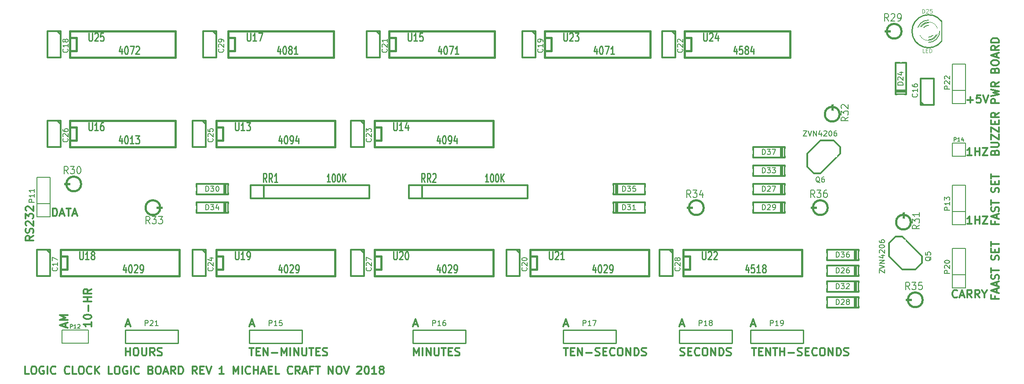
<source format=gto>
G04 (created by PCBNEW (2013-jul-07)-stable) date Fri 23 Nov 2018 10:58:42 PM EST*
%MOIN*%
G04 Gerber Fmt 3.4, Leading zero omitted, Abs format*
%FSLAX34Y34*%
G01*
G70*
G90*
G04 APERTURE LIST*
%ADD10C,0.00590551*%
%ADD11C,0.011811*%
%ADD12C,0.012*%
%ADD13C,0.015*%
%ADD14C,0.01*%
%ADD15C,0.006*%
%ADD16C,0.008*%
%ADD17C,0.003*%
%ADD18C,0.0107*%
%ADD19C,0.0035*%
%ADD20C,0.01125*%
%ADD21R,0.055X0.055*%
%ADD22C,0.055*%
%ADD23R,0.06X0.06*%
%ADD24C,0.06*%
%ADD25C,0.066*%
G04 APERTURE END LIST*
G54D10*
G54D11*
X18639Y-46142D02*
X18357Y-46338D01*
X18639Y-46479D02*
X18048Y-46479D01*
X18048Y-46254D01*
X18076Y-46198D01*
X18104Y-46170D01*
X18160Y-46142D01*
X18245Y-46142D01*
X18301Y-46170D01*
X18329Y-46198D01*
X18357Y-46254D01*
X18357Y-46479D01*
X18610Y-45917D02*
X18639Y-45832D01*
X18639Y-45692D01*
X18610Y-45635D01*
X18582Y-45607D01*
X18526Y-45579D01*
X18470Y-45579D01*
X18414Y-45607D01*
X18385Y-45635D01*
X18357Y-45692D01*
X18329Y-45804D01*
X18301Y-45860D01*
X18273Y-45888D01*
X18217Y-45917D01*
X18160Y-45917D01*
X18104Y-45888D01*
X18076Y-45860D01*
X18048Y-45804D01*
X18048Y-45664D01*
X18076Y-45579D01*
X18104Y-45354D02*
X18076Y-45326D01*
X18048Y-45270D01*
X18048Y-45129D01*
X18076Y-45073D01*
X18104Y-45045D01*
X18160Y-45017D01*
X18217Y-45017D01*
X18301Y-45045D01*
X18639Y-45382D01*
X18639Y-45017D01*
X18048Y-44820D02*
X18048Y-44454D01*
X18273Y-44651D01*
X18273Y-44567D01*
X18301Y-44511D01*
X18329Y-44482D01*
X18385Y-44454D01*
X18526Y-44454D01*
X18582Y-44482D01*
X18610Y-44511D01*
X18639Y-44567D01*
X18639Y-44735D01*
X18610Y-44792D01*
X18582Y-44820D01*
X18104Y-44229D02*
X18076Y-44201D01*
X18048Y-44145D01*
X18048Y-44004D01*
X18076Y-43948D01*
X18104Y-43920D01*
X18160Y-43892D01*
X18217Y-43892D01*
X18301Y-43920D01*
X18639Y-44257D01*
X18639Y-43892D01*
X20114Y-44639D02*
X20114Y-44048D01*
X20254Y-44048D01*
X20339Y-44076D01*
X20395Y-44132D01*
X20423Y-44189D01*
X20451Y-44301D01*
X20451Y-44385D01*
X20423Y-44498D01*
X20395Y-44554D01*
X20339Y-44610D01*
X20254Y-44639D01*
X20114Y-44639D01*
X20676Y-44470D02*
X20957Y-44470D01*
X20620Y-44639D02*
X20817Y-44048D01*
X21014Y-44639D01*
X21126Y-44048D02*
X21464Y-44048D01*
X21295Y-44639D02*
X21295Y-44048D01*
X21632Y-44470D02*
X21913Y-44470D01*
X21576Y-44639D02*
X21773Y-44048D01*
X21970Y-44639D01*
X73059Y-52870D02*
X73340Y-52870D01*
X73003Y-53039D02*
X73200Y-52448D01*
X73396Y-53039D01*
X67659Y-52870D02*
X67940Y-52870D01*
X67603Y-53039D02*
X67800Y-52448D01*
X67996Y-53039D01*
X58859Y-52870D02*
X59140Y-52870D01*
X58803Y-53039D02*
X59000Y-52448D01*
X59196Y-53039D01*
X47459Y-52870D02*
X47740Y-52870D01*
X47403Y-53039D02*
X47600Y-52448D01*
X47796Y-53039D01*
X35059Y-52870D02*
X35340Y-52870D01*
X35003Y-53039D02*
X35200Y-52448D01*
X35396Y-53039D01*
X25659Y-52870D02*
X25940Y-52870D01*
X25603Y-53039D02*
X25800Y-52448D01*
X25996Y-53039D01*
X23039Y-52682D02*
X23039Y-53020D01*
X23039Y-52851D02*
X22448Y-52851D01*
X22532Y-52907D01*
X22589Y-52963D01*
X22617Y-53020D01*
X22448Y-52317D02*
X22448Y-52260D01*
X22476Y-52204D01*
X22504Y-52176D01*
X22560Y-52148D01*
X22673Y-52120D01*
X22814Y-52120D01*
X22926Y-52148D01*
X22982Y-52176D01*
X23010Y-52204D01*
X23039Y-52260D01*
X23039Y-52317D01*
X23010Y-52373D01*
X22982Y-52401D01*
X22926Y-52429D01*
X22814Y-52457D01*
X22673Y-52457D01*
X22560Y-52429D01*
X22504Y-52401D01*
X22476Y-52373D01*
X22448Y-52317D01*
X22814Y-51867D02*
X22814Y-51417D01*
X23039Y-51135D02*
X22448Y-51135D01*
X22729Y-51135D02*
X22729Y-50798D01*
X23039Y-50798D02*
X22448Y-50798D01*
X23039Y-50179D02*
X22757Y-50376D01*
X23039Y-50517D02*
X22448Y-50517D01*
X22448Y-50292D01*
X22476Y-50236D01*
X22504Y-50207D01*
X22560Y-50179D01*
X22645Y-50179D01*
X22701Y-50207D01*
X22729Y-50236D01*
X22757Y-50292D01*
X22757Y-50517D01*
X21070Y-53078D02*
X21070Y-52796D01*
X21239Y-53134D02*
X20648Y-52937D01*
X21239Y-52740D01*
X21239Y-52543D02*
X20648Y-52543D01*
X21070Y-52346D01*
X20648Y-52150D01*
X21239Y-52150D01*
X25636Y-55239D02*
X25636Y-54648D01*
X25636Y-54929D02*
X25973Y-54929D01*
X25973Y-55239D02*
X25973Y-54648D01*
X26367Y-54648D02*
X26479Y-54648D01*
X26535Y-54676D01*
X26592Y-54732D01*
X26620Y-54845D01*
X26620Y-55042D01*
X26592Y-55154D01*
X26535Y-55210D01*
X26479Y-55239D01*
X26367Y-55239D01*
X26311Y-55210D01*
X26254Y-55154D01*
X26226Y-55042D01*
X26226Y-54845D01*
X26254Y-54732D01*
X26311Y-54676D01*
X26367Y-54648D01*
X26873Y-54648D02*
X26873Y-55126D01*
X26901Y-55182D01*
X26929Y-55210D01*
X26985Y-55239D01*
X27098Y-55239D01*
X27154Y-55210D01*
X27182Y-55182D01*
X27210Y-55126D01*
X27210Y-54648D01*
X27829Y-55239D02*
X27632Y-54957D01*
X27492Y-55239D02*
X27492Y-54648D01*
X27717Y-54648D01*
X27773Y-54676D01*
X27801Y-54704D01*
X27829Y-54760D01*
X27829Y-54845D01*
X27801Y-54901D01*
X27773Y-54929D01*
X27717Y-54957D01*
X27492Y-54957D01*
X28054Y-55210D02*
X28138Y-55239D01*
X28279Y-55239D01*
X28335Y-55210D01*
X28363Y-55182D01*
X28392Y-55126D01*
X28392Y-55070D01*
X28363Y-55014D01*
X28335Y-54985D01*
X28279Y-54957D01*
X28167Y-54929D01*
X28110Y-54901D01*
X28082Y-54873D01*
X28054Y-54817D01*
X28054Y-54760D01*
X28082Y-54704D01*
X28110Y-54676D01*
X28167Y-54648D01*
X28307Y-54648D01*
X28392Y-54676D01*
X35019Y-54648D02*
X35356Y-54648D01*
X35187Y-55239D02*
X35187Y-54648D01*
X35553Y-54929D02*
X35750Y-54929D01*
X35834Y-55239D02*
X35553Y-55239D01*
X35553Y-54648D01*
X35834Y-54648D01*
X36087Y-55239D02*
X36087Y-54648D01*
X36425Y-55239D01*
X36425Y-54648D01*
X36706Y-55014D02*
X37156Y-55014D01*
X37437Y-55239D02*
X37437Y-54648D01*
X37634Y-55070D01*
X37831Y-54648D01*
X37831Y-55239D01*
X38112Y-55239D02*
X38112Y-54648D01*
X38393Y-55239D02*
X38393Y-54648D01*
X38731Y-55239D01*
X38731Y-54648D01*
X39012Y-54648D02*
X39012Y-55126D01*
X39040Y-55182D01*
X39068Y-55210D01*
X39124Y-55239D01*
X39237Y-55239D01*
X39293Y-55210D01*
X39321Y-55182D01*
X39349Y-55126D01*
X39349Y-54648D01*
X39546Y-54648D02*
X39884Y-54648D01*
X39715Y-55239D02*
X39715Y-54648D01*
X40080Y-54929D02*
X40277Y-54929D01*
X40362Y-55239D02*
X40080Y-55239D01*
X40080Y-54648D01*
X40362Y-54648D01*
X40587Y-55210D02*
X40671Y-55239D01*
X40812Y-55239D01*
X40868Y-55210D01*
X40896Y-55182D01*
X40924Y-55126D01*
X40924Y-55070D01*
X40896Y-55014D01*
X40868Y-54985D01*
X40812Y-54957D01*
X40699Y-54929D01*
X40643Y-54901D01*
X40615Y-54873D01*
X40587Y-54817D01*
X40587Y-54760D01*
X40615Y-54704D01*
X40643Y-54676D01*
X40699Y-54648D01*
X40840Y-54648D01*
X40924Y-54676D01*
X47470Y-55239D02*
X47470Y-54648D01*
X47667Y-55070D01*
X47864Y-54648D01*
X47864Y-55239D01*
X48145Y-55239D02*
X48145Y-54648D01*
X48426Y-55239D02*
X48426Y-54648D01*
X48764Y-55239D01*
X48764Y-54648D01*
X49045Y-54648D02*
X49045Y-55126D01*
X49073Y-55182D01*
X49101Y-55210D01*
X49157Y-55239D01*
X49270Y-55239D01*
X49326Y-55210D01*
X49354Y-55182D01*
X49382Y-55126D01*
X49382Y-54648D01*
X49579Y-54648D02*
X49917Y-54648D01*
X49748Y-55239D02*
X49748Y-54648D01*
X50113Y-54929D02*
X50310Y-54929D01*
X50395Y-55239D02*
X50113Y-55239D01*
X50113Y-54648D01*
X50395Y-54648D01*
X50620Y-55210D02*
X50704Y-55239D01*
X50845Y-55239D01*
X50901Y-55210D01*
X50929Y-55182D01*
X50957Y-55126D01*
X50957Y-55070D01*
X50929Y-55014D01*
X50901Y-54985D01*
X50845Y-54957D01*
X50732Y-54929D01*
X50676Y-54901D01*
X50648Y-54873D01*
X50620Y-54817D01*
X50620Y-54760D01*
X50648Y-54704D01*
X50676Y-54676D01*
X50732Y-54648D01*
X50873Y-54648D01*
X50957Y-54676D01*
X58850Y-54648D02*
X59187Y-54648D01*
X59019Y-55239D02*
X59019Y-54648D01*
X59384Y-54929D02*
X59581Y-54929D01*
X59665Y-55239D02*
X59384Y-55239D01*
X59384Y-54648D01*
X59665Y-54648D01*
X59919Y-55239D02*
X59919Y-54648D01*
X60256Y-55239D01*
X60256Y-54648D01*
X60537Y-55014D02*
X60987Y-55014D01*
X61240Y-55210D02*
X61325Y-55239D01*
X61465Y-55239D01*
X61521Y-55210D01*
X61550Y-55182D01*
X61578Y-55126D01*
X61578Y-55070D01*
X61550Y-55014D01*
X61521Y-54985D01*
X61465Y-54957D01*
X61353Y-54929D01*
X61296Y-54901D01*
X61268Y-54873D01*
X61240Y-54817D01*
X61240Y-54760D01*
X61268Y-54704D01*
X61296Y-54676D01*
X61353Y-54648D01*
X61493Y-54648D01*
X61578Y-54676D01*
X61831Y-54929D02*
X62028Y-54929D01*
X62112Y-55239D02*
X61831Y-55239D01*
X61831Y-54648D01*
X62112Y-54648D01*
X62703Y-55182D02*
X62674Y-55210D01*
X62590Y-55239D01*
X62534Y-55239D01*
X62449Y-55210D01*
X62393Y-55154D01*
X62365Y-55098D01*
X62337Y-54985D01*
X62337Y-54901D01*
X62365Y-54789D01*
X62393Y-54732D01*
X62449Y-54676D01*
X62534Y-54648D01*
X62590Y-54648D01*
X62674Y-54676D01*
X62703Y-54704D01*
X63068Y-54648D02*
X63181Y-54648D01*
X63237Y-54676D01*
X63293Y-54732D01*
X63321Y-54845D01*
X63321Y-55042D01*
X63293Y-55154D01*
X63237Y-55210D01*
X63181Y-55239D01*
X63068Y-55239D01*
X63012Y-55210D01*
X62956Y-55154D01*
X62928Y-55042D01*
X62928Y-54845D01*
X62956Y-54732D01*
X63012Y-54676D01*
X63068Y-54648D01*
X63574Y-55239D02*
X63574Y-54648D01*
X63912Y-55239D01*
X63912Y-54648D01*
X64193Y-55239D02*
X64193Y-54648D01*
X64334Y-54648D01*
X64418Y-54676D01*
X64474Y-54732D01*
X64502Y-54789D01*
X64530Y-54901D01*
X64530Y-54985D01*
X64502Y-55098D01*
X64474Y-55154D01*
X64418Y-55210D01*
X64334Y-55239D01*
X64193Y-55239D01*
X64755Y-55210D02*
X64840Y-55239D01*
X64980Y-55239D01*
X65037Y-55210D01*
X65065Y-55182D01*
X65093Y-55126D01*
X65093Y-55070D01*
X65065Y-55014D01*
X65037Y-54985D01*
X64980Y-54957D01*
X64868Y-54929D01*
X64812Y-54901D01*
X64784Y-54873D01*
X64755Y-54817D01*
X64755Y-54760D01*
X64784Y-54704D01*
X64812Y-54676D01*
X64868Y-54648D01*
X65008Y-54648D01*
X65093Y-54676D01*
X67673Y-55210D02*
X67758Y-55239D01*
X67898Y-55239D01*
X67954Y-55210D01*
X67983Y-55182D01*
X68011Y-55126D01*
X68011Y-55070D01*
X67983Y-55014D01*
X67954Y-54985D01*
X67898Y-54957D01*
X67786Y-54929D01*
X67729Y-54901D01*
X67701Y-54873D01*
X67673Y-54817D01*
X67673Y-54760D01*
X67701Y-54704D01*
X67729Y-54676D01*
X67786Y-54648D01*
X67926Y-54648D01*
X68011Y-54676D01*
X68264Y-54929D02*
X68461Y-54929D01*
X68545Y-55239D02*
X68264Y-55239D01*
X68264Y-54648D01*
X68545Y-54648D01*
X69135Y-55182D02*
X69107Y-55210D01*
X69023Y-55239D01*
X68967Y-55239D01*
X68882Y-55210D01*
X68826Y-55154D01*
X68798Y-55098D01*
X68770Y-54985D01*
X68770Y-54901D01*
X68798Y-54789D01*
X68826Y-54732D01*
X68882Y-54676D01*
X68967Y-54648D01*
X69023Y-54648D01*
X69107Y-54676D01*
X69135Y-54704D01*
X69501Y-54648D02*
X69614Y-54648D01*
X69670Y-54676D01*
X69726Y-54732D01*
X69754Y-54845D01*
X69754Y-55042D01*
X69726Y-55154D01*
X69670Y-55210D01*
X69614Y-55239D01*
X69501Y-55239D01*
X69445Y-55210D01*
X69389Y-55154D01*
X69360Y-55042D01*
X69360Y-54845D01*
X69389Y-54732D01*
X69445Y-54676D01*
X69501Y-54648D01*
X70007Y-55239D02*
X70007Y-54648D01*
X70345Y-55239D01*
X70345Y-54648D01*
X70626Y-55239D02*
X70626Y-54648D01*
X70767Y-54648D01*
X70851Y-54676D01*
X70907Y-54732D01*
X70935Y-54789D01*
X70963Y-54901D01*
X70963Y-54985D01*
X70935Y-55098D01*
X70907Y-55154D01*
X70851Y-55210D01*
X70767Y-55239D01*
X70626Y-55239D01*
X71188Y-55210D02*
X71273Y-55239D01*
X71413Y-55239D01*
X71470Y-55210D01*
X71498Y-55182D01*
X71526Y-55126D01*
X71526Y-55070D01*
X71498Y-55014D01*
X71470Y-54985D01*
X71413Y-54957D01*
X71301Y-54929D01*
X71245Y-54901D01*
X71216Y-54873D01*
X71188Y-54817D01*
X71188Y-54760D01*
X71216Y-54704D01*
X71245Y-54676D01*
X71301Y-54648D01*
X71441Y-54648D01*
X71526Y-54676D01*
X73116Y-54648D02*
X73453Y-54648D01*
X73284Y-55239D02*
X73284Y-54648D01*
X73650Y-54929D02*
X73847Y-54929D01*
X73931Y-55239D02*
X73650Y-55239D01*
X73650Y-54648D01*
X73931Y-54648D01*
X74184Y-55239D02*
X74184Y-54648D01*
X74522Y-55239D01*
X74522Y-54648D01*
X74719Y-54648D02*
X75056Y-54648D01*
X74887Y-55239D02*
X74887Y-54648D01*
X75253Y-55239D02*
X75253Y-54648D01*
X75253Y-54929D02*
X75590Y-54929D01*
X75590Y-55239D02*
X75590Y-54648D01*
X75871Y-55014D02*
X76321Y-55014D01*
X76575Y-55210D02*
X76659Y-55239D01*
X76800Y-55239D01*
X76856Y-55210D01*
X76884Y-55182D01*
X76912Y-55126D01*
X76912Y-55070D01*
X76884Y-55014D01*
X76856Y-54985D01*
X76800Y-54957D01*
X76687Y-54929D01*
X76631Y-54901D01*
X76603Y-54873D01*
X76575Y-54817D01*
X76575Y-54760D01*
X76603Y-54704D01*
X76631Y-54676D01*
X76687Y-54648D01*
X76828Y-54648D01*
X76912Y-54676D01*
X77165Y-54929D02*
X77362Y-54929D01*
X77446Y-55239D02*
X77165Y-55239D01*
X77165Y-54648D01*
X77446Y-54648D01*
X78037Y-55182D02*
X78009Y-55210D01*
X77924Y-55239D01*
X77868Y-55239D01*
X77784Y-55210D01*
X77728Y-55154D01*
X77699Y-55098D01*
X77671Y-54985D01*
X77671Y-54901D01*
X77699Y-54789D01*
X77728Y-54732D01*
X77784Y-54676D01*
X77868Y-54648D01*
X77924Y-54648D01*
X78009Y-54676D01*
X78037Y-54704D01*
X78402Y-54648D02*
X78515Y-54648D01*
X78571Y-54676D01*
X78627Y-54732D01*
X78656Y-54845D01*
X78656Y-55042D01*
X78627Y-55154D01*
X78571Y-55210D01*
X78515Y-55239D01*
X78402Y-55239D01*
X78346Y-55210D01*
X78290Y-55154D01*
X78262Y-55042D01*
X78262Y-54845D01*
X78290Y-54732D01*
X78346Y-54676D01*
X78402Y-54648D01*
X78909Y-55239D02*
X78909Y-54648D01*
X79246Y-55239D01*
X79246Y-54648D01*
X79527Y-55239D02*
X79527Y-54648D01*
X79668Y-54648D01*
X79752Y-54676D01*
X79808Y-54732D01*
X79837Y-54789D01*
X79865Y-54901D01*
X79865Y-54985D01*
X79837Y-55098D01*
X79808Y-55154D01*
X79752Y-55210D01*
X79668Y-55239D01*
X79527Y-55239D01*
X80090Y-55210D02*
X80174Y-55239D01*
X80315Y-55239D01*
X80371Y-55210D01*
X80399Y-55182D01*
X80427Y-55126D01*
X80427Y-55070D01*
X80399Y-55014D01*
X80371Y-54985D01*
X80315Y-54957D01*
X80202Y-54929D01*
X80146Y-54901D01*
X80118Y-54873D01*
X80090Y-54817D01*
X80090Y-54760D01*
X80118Y-54704D01*
X80146Y-54676D01*
X80202Y-54648D01*
X80343Y-54648D01*
X80427Y-54676D01*
X91529Y-50726D02*
X91529Y-50923D01*
X91839Y-50923D02*
X91248Y-50923D01*
X91248Y-50641D01*
X91670Y-50445D02*
X91670Y-50163D01*
X91839Y-50501D02*
X91248Y-50304D01*
X91839Y-50107D01*
X91670Y-49938D02*
X91670Y-49657D01*
X91839Y-49995D02*
X91248Y-49798D01*
X91839Y-49601D01*
X91810Y-49432D02*
X91839Y-49348D01*
X91839Y-49207D01*
X91810Y-49151D01*
X91782Y-49123D01*
X91726Y-49095D01*
X91670Y-49095D01*
X91614Y-49123D01*
X91585Y-49151D01*
X91557Y-49207D01*
X91529Y-49320D01*
X91501Y-49376D01*
X91473Y-49404D01*
X91417Y-49432D01*
X91360Y-49432D01*
X91304Y-49404D01*
X91276Y-49376D01*
X91248Y-49320D01*
X91248Y-49179D01*
X91276Y-49095D01*
X91248Y-48926D02*
X91248Y-48589D01*
X91839Y-48757D02*
X91248Y-48757D01*
X91810Y-47970D02*
X91839Y-47886D01*
X91839Y-47745D01*
X91810Y-47689D01*
X91782Y-47661D01*
X91726Y-47632D01*
X91670Y-47632D01*
X91614Y-47661D01*
X91585Y-47689D01*
X91557Y-47745D01*
X91529Y-47857D01*
X91501Y-47914D01*
X91473Y-47942D01*
X91417Y-47970D01*
X91360Y-47970D01*
X91304Y-47942D01*
X91276Y-47914D01*
X91248Y-47857D01*
X91248Y-47717D01*
X91276Y-47632D01*
X91529Y-47379D02*
X91529Y-47183D01*
X91839Y-47098D02*
X91839Y-47379D01*
X91248Y-47379D01*
X91248Y-47098D01*
X91248Y-46929D02*
X91248Y-46592D01*
X91839Y-46761D02*
X91248Y-46761D01*
X88686Y-50782D02*
X88657Y-50810D01*
X88573Y-50839D01*
X88517Y-50839D01*
X88432Y-50810D01*
X88376Y-50754D01*
X88348Y-50698D01*
X88320Y-50585D01*
X88320Y-50501D01*
X88348Y-50389D01*
X88376Y-50332D01*
X88432Y-50276D01*
X88517Y-50248D01*
X88573Y-50248D01*
X88657Y-50276D01*
X88686Y-50304D01*
X88911Y-50670D02*
X89192Y-50670D01*
X88854Y-50839D02*
X89051Y-50248D01*
X89248Y-50839D01*
X89782Y-50839D02*
X89585Y-50557D01*
X89445Y-50839D02*
X89445Y-50248D01*
X89670Y-50248D01*
X89726Y-50276D01*
X89754Y-50304D01*
X89782Y-50360D01*
X89782Y-50445D01*
X89754Y-50501D01*
X89726Y-50529D01*
X89670Y-50557D01*
X89445Y-50557D01*
X90373Y-50839D02*
X90176Y-50557D01*
X90035Y-50839D02*
X90035Y-50248D01*
X90260Y-50248D01*
X90317Y-50276D01*
X90345Y-50304D01*
X90373Y-50360D01*
X90373Y-50445D01*
X90345Y-50501D01*
X90317Y-50529D01*
X90260Y-50557D01*
X90035Y-50557D01*
X90738Y-50557D02*
X90738Y-50839D01*
X90542Y-50248D02*
X90738Y-50557D01*
X90935Y-50248D01*
X91529Y-45073D02*
X91529Y-45270D01*
X91839Y-45270D02*
X91248Y-45270D01*
X91248Y-44988D01*
X91670Y-44792D02*
X91670Y-44510D01*
X91839Y-44848D02*
X91248Y-44651D01*
X91839Y-44454D01*
X91810Y-44285D02*
X91839Y-44201D01*
X91839Y-44060D01*
X91810Y-44004D01*
X91782Y-43976D01*
X91726Y-43948D01*
X91670Y-43948D01*
X91614Y-43976D01*
X91585Y-44004D01*
X91557Y-44060D01*
X91529Y-44173D01*
X91501Y-44229D01*
X91473Y-44257D01*
X91417Y-44285D01*
X91360Y-44285D01*
X91304Y-44257D01*
X91276Y-44229D01*
X91248Y-44173D01*
X91248Y-44032D01*
X91276Y-43948D01*
X91248Y-43779D02*
X91248Y-43442D01*
X91839Y-43610D02*
X91248Y-43610D01*
X91810Y-42823D02*
X91839Y-42739D01*
X91839Y-42598D01*
X91810Y-42542D01*
X91782Y-42514D01*
X91726Y-42486D01*
X91670Y-42486D01*
X91614Y-42514D01*
X91585Y-42542D01*
X91557Y-42598D01*
X91529Y-42711D01*
X91501Y-42767D01*
X91473Y-42795D01*
X91417Y-42823D01*
X91360Y-42823D01*
X91304Y-42795D01*
X91276Y-42767D01*
X91248Y-42711D01*
X91248Y-42570D01*
X91276Y-42486D01*
X91529Y-42232D02*
X91529Y-42036D01*
X91839Y-41951D02*
X91839Y-42232D01*
X91248Y-42232D01*
X91248Y-41951D01*
X91248Y-41783D02*
X91248Y-41445D01*
X91839Y-41614D02*
X91248Y-41614D01*
X89778Y-45239D02*
X89440Y-45239D01*
X89609Y-45239D02*
X89609Y-44648D01*
X89553Y-44732D01*
X89496Y-44789D01*
X89440Y-44817D01*
X90031Y-45239D02*
X90031Y-44648D01*
X90031Y-44929D02*
X90368Y-44929D01*
X90368Y-45239D02*
X90368Y-44648D01*
X90593Y-44648D02*
X90987Y-44648D01*
X90593Y-45239D01*
X90987Y-45239D01*
X91529Y-39792D02*
X91557Y-39707D01*
X91585Y-39679D01*
X91642Y-39651D01*
X91726Y-39651D01*
X91782Y-39679D01*
X91810Y-39707D01*
X91839Y-39763D01*
X91839Y-39988D01*
X91248Y-39988D01*
X91248Y-39792D01*
X91276Y-39735D01*
X91304Y-39707D01*
X91360Y-39679D01*
X91417Y-39679D01*
X91473Y-39707D01*
X91501Y-39735D01*
X91529Y-39792D01*
X91529Y-39988D01*
X91248Y-39398D02*
X91726Y-39398D01*
X91782Y-39370D01*
X91810Y-39342D01*
X91839Y-39285D01*
X91839Y-39173D01*
X91810Y-39117D01*
X91782Y-39088D01*
X91726Y-39060D01*
X91248Y-39060D01*
X91248Y-38835D02*
X91248Y-38442D01*
X91839Y-38835D01*
X91839Y-38442D01*
X91248Y-38273D02*
X91248Y-37879D01*
X91839Y-38273D01*
X91839Y-37879D01*
X91529Y-37654D02*
X91529Y-37457D01*
X91839Y-37373D02*
X91839Y-37654D01*
X91248Y-37654D01*
X91248Y-37373D01*
X91839Y-36783D02*
X91557Y-36979D01*
X91839Y-37120D02*
X91248Y-37120D01*
X91248Y-36895D01*
X91276Y-36839D01*
X91304Y-36811D01*
X91360Y-36783D01*
X91445Y-36783D01*
X91501Y-36811D01*
X91529Y-36839D01*
X91557Y-36895D01*
X91557Y-37120D01*
X89778Y-40039D02*
X89440Y-40039D01*
X89609Y-40039D02*
X89609Y-39448D01*
X89553Y-39532D01*
X89496Y-39589D01*
X89440Y-39617D01*
X90031Y-40039D02*
X90031Y-39448D01*
X90031Y-39729D02*
X90368Y-39729D01*
X90368Y-40039D02*
X90368Y-39448D01*
X90593Y-39448D02*
X90987Y-39448D01*
X90593Y-40039D01*
X90987Y-40039D01*
X91839Y-36060D02*
X91248Y-36060D01*
X91248Y-35835D01*
X91276Y-35779D01*
X91304Y-35751D01*
X91360Y-35723D01*
X91445Y-35723D01*
X91501Y-35751D01*
X91529Y-35779D01*
X91557Y-35835D01*
X91557Y-36060D01*
X91248Y-35526D02*
X91839Y-35385D01*
X91417Y-35273D01*
X91839Y-35160D01*
X91248Y-35020D01*
X91839Y-34457D02*
X91557Y-34654D01*
X91839Y-34795D02*
X91248Y-34795D01*
X91248Y-34570D01*
X91276Y-34513D01*
X91304Y-34485D01*
X91360Y-34457D01*
X91445Y-34457D01*
X91501Y-34485D01*
X91529Y-34513D01*
X91557Y-34570D01*
X91557Y-34795D01*
X91529Y-33557D02*
X91557Y-33473D01*
X91585Y-33445D01*
X91642Y-33417D01*
X91726Y-33417D01*
X91782Y-33445D01*
X91810Y-33473D01*
X91839Y-33529D01*
X91839Y-33754D01*
X91248Y-33754D01*
X91248Y-33557D01*
X91276Y-33501D01*
X91304Y-33473D01*
X91360Y-33445D01*
X91417Y-33445D01*
X91473Y-33473D01*
X91501Y-33501D01*
X91529Y-33557D01*
X91529Y-33754D01*
X91248Y-33051D02*
X91248Y-32939D01*
X91276Y-32882D01*
X91332Y-32826D01*
X91445Y-32798D01*
X91642Y-32798D01*
X91754Y-32826D01*
X91810Y-32882D01*
X91839Y-32939D01*
X91839Y-33051D01*
X91810Y-33107D01*
X91754Y-33164D01*
X91642Y-33192D01*
X91445Y-33192D01*
X91332Y-33164D01*
X91276Y-33107D01*
X91248Y-33051D01*
X91670Y-32573D02*
X91670Y-32292D01*
X91839Y-32629D02*
X91248Y-32432D01*
X91839Y-32236D01*
X91839Y-31701D02*
X91557Y-31898D01*
X91839Y-32039D02*
X91248Y-32039D01*
X91248Y-31814D01*
X91276Y-31758D01*
X91304Y-31729D01*
X91360Y-31701D01*
X91445Y-31701D01*
X91501Y-31729D01*
X91529Y-31758D01*
X91557Y-31814D01*
X91557Y-32039D01*
X91839Y-31448D02*
X91248Y-31448D01*
X91248Y-31308D01*
X91276Y-31223D01*
X91332Y-31167D01*
X91389Y-31139D01*
X91501Y-31111D01*
X91585Y-31111D01*
X91698Y-31139D01*
X91754Y-31167D01*
X91810Y-31223D01*
X91839Y-31308D01*
X91839Y-31448D01*
X89440Y-35814D02*
X89890Y-35814D01*
X89665Y-36039D02*
X89665Y-35589D01*
X90453Y-35448D02*
X90171Y-35448D01*
X90143Y-35729D01*
X90171Y-35701D01*
X90228Y-35673D01*
X90368Y-35673D01*
X90424Y-35701D01*
X90453Y-35729D01*
X90481Y-35785D01*
X90481Y-35926D01*
X90453Y-35982D01*
X90424Y-36010D01*
X90368Y-36039D01*
X90228Y-36039D01*
X90171Y-36010D01*
X90143Y-35982D01*
X90649Y-35448D02*
X90846Y-36039D01*
X91043Y-35448D01*
X18298Y-56639D02*
X18017Y-56639D01*
X18017Y-56048D01*
X18607Y-56048D02*
X18720Y-56048D01*
X18776Y-56076D01*
X18832Y-56132D01*
X18860Y-56245D01*
X18860Y-56442D01*
X18832Y-56554D01*
X18776Y-56610D01*
X18720Y-56639D01*
X18607Y-56639D01*
X18551Y-56610D01*
X18495Y-56554D01*
X18467Y-56442D01*
X18467Y-56245D01*
X18495Y-56132D01*
X18551Y-56076D01*
X18607Y-56048D01*
X19423Y-56076D02*
X19367Y-56048D01*
X19282Y-56048D01*
X19198Y-56076D01*
X19142Y-56132D01*
X19114Y-56189D01*
X19085Y-56301D01*
X19085Y-56385D01*
X19114Y-56498D01*
X19142Y-56554D01*
X19198Y-56610D01*
X19282Y-56639D01*
X19339Y-56639D01*
X19423Y-56610D01*
X19451Y-56582D01*
X19451Y-56385D01*
X19339Y-56385D01*
X19704Y-56639D02*
X19704Y-56048D01*
X20323Y-56582D02*
X20295Y-56610D01*
X20210Y-56639D01*
X20154Y-56639D01*
X20070Y-56610D01*
X20013Y-56554D01*
X19985Y-56498D01*
X19957Y-56385D01*
X19957Y-56301D01*
X19985Y-56189D01*
X20013Y-56132D01*
X20070Y-56076D01*
X20154Y-56048D01*
X20210Y-56048D01*
X20295Y-56076D01*
X20323Y-56104D01*
X21363Y-56582D02*
X21335Y-56610D01*
X21251Y-56639D01*
X21195Y-56639D01*
X21110Y-56610D01*
X21054Y-56554D01*
X21026Y-56498D01*
X20998Y-56385D01*
X20998Y-56301D01*
X21026Y-56189D01*
X21054Y-56132D01*
X21110Y-56076D01*
X21195Y-56048D01*
X21251Y-56048D01*
X21335Y-56076D01*
X21363Y-56104D01*
X21898Y-56639D02*
X21616Y-56639D01*
X21616Y-56048D01*
X22207Y-56048D02*
X22319Y-56048D01*
X22376Y-56076D01*
X22432Y-56132D01*
X22460Y-56245D01*
X22460Y-56442D01*
X22432Y-56554D01*
X22376Y-56610D01*
X22319Y-56639D01*
X22207Y-56639D01*
X22151Y-56610D01*
X22094Y-56554D01*
X22066Y-56442D01*
X22066Y-56245D01*
X22094Y-56132D01*
X22151Y-56076D01*
X22207Y-56048D01*
X23051Y-56582D02*
X23022Y-56610D01*
X22938Y-56639D01*
X22882Y-56639D01*
X22797Y-56610D01*
X22741Y-56554D01*
X22713Y-56498D01*
X22685Y-56385D01*
X22685Y-56301D01*
X22713Y-56189D01*
X22741Y-56132D01*
X22797Y-56076D01*
X22882Y-56048D01*
X22938Y-56048D01*
X23022Y-56076D01*
X23051Y-56104D01*
X23304Y-56639D02*
X23304Y-56048D01*
X23641Y-56639D02*
X23388Y-56301D01*
X23641Y-56048D02*
X23304Y-56385D01*
X24625Y-56639D02*
X24344Y-56639D01*
X24344Y-56048D01*
X24935Y-56048D02*
X25047Y-56048D01*
X25103Y-56076D01*
X25160Y-56132D01*
X25188Y-56245D01*
X25188Y-56442D01*
X25160Y-56554D01*
X25103Y-56610D01*
X25047Y-56639D01*
X24935Y-56639D01*
X24878Y-56610D01*
X24822Y-56554D01*
X24794Y-56442D01*
X24794Y-56245D01*
X24822Y-56132D01*
X24878Y-56076D01*
X24935Y-56048D01*
X25750Y-56076D02*
X25694Y-56048D01*
X25610Y-56048D01*
X25525Y-56076D01*
X25469Y-56132D01*
X25441Y-56189D01*
X25413Y-56301D01*
X25413Y-56385D01*
X25441Y-56498D01*
X25469Y-56554D01*
X25525Y-56610D01*
X25610Y-56639D01*
X25666Y-56639D01*
X25750Y-56610D01*
X25778Y-56582D01*
X25778Y-56385D01*
X25666Y-56385D01*
X26031Y-56639D02*
X26031Y-56048D01*
X26650Y-56582D02*
X26622Y-56610D01*
X26538Y-56639D01*
X26481Y-56639D01*
X26397Y-56610D01*
X26341Y-56554D01*
X26313Y-56498D01*
X26285Y-56385D01*
X26285Y-56301D01*
X26313Y-56189D01*
X26341Y-56132D01*
X26397Y-56076D01*
X26481Y-56048D01*
X26538Y-56048D01*
X26622Y-56076D01*
X26650Y-56104D01*
X27550Y-56329D02*
X27634Y-56357D01*
X27662Y-56385D01*
X27691Y-56442D01*
X27691Y-56526D01*
X27662Y-56582D01*
X27634Y-56610D01*
X27578Y-56639D01*
X27353Y-56639D01*
X27353Y-56048D01*
X27550Y-56048D01*
X27606Y-56076D01*
X27634Y-56104D01*
X27662Y-56160D01*
X27662Y-56217D01*
X27634Y-56273D01*
X27606Y-56301D01*
X27550Y-56329D01*
X27353Y-56329D01*
X28056Y-56048D02*
X28169Y-56048D01*
X28225Y-56076D01*
X28281Y-56132D01*
X28309Y-56245D01*
X28309Y-56442D01*
X28281Y-56554D01*
X28225Y-56610D01*
X28169Y-56639D01*
X28056Y-56639D01*
X28000Y-56610D01*
X27944Y-56554D01*
X27916Y-56442D01*
X27916Y-56245D01*
X27944Y-56132D01*
X28000Y-56076D01*
X28056Y-56048D01*
X28534Y-56470D02*
X28815Y-56470D01*
X28478Y-56639D02*
X28675Y-56048D01*
X28872Y-56639D01*
X29406Y-56639D02*
X29209Y-56357D01*
X29069Y-56639D02*
X29069Y-56048D01*
X29294Y-56048D01*
X29350Y-56076D01*
X29378Y-56104D01*
X29406Y-56160D01*
X29406Y-56245D01*
X29378Y-56301D01*
X29350Y-56329D01*
X29294Y-56357D01*
X29069Y-56357D01*
X29659Y-56639D02*
X29659Y-56048D01*
X29800Y-56048D01*
X29884Y-56076D01*
X29940Y-56132D01*
X29968Y-56189D01*
X29997Y-56301D01*
X29997Y-56385D01*
X29968Y-56498D01*
X29940Y-56554D01*
X29884Y-56610D01*
X29800Y-56639D01*
X29659Y-56639D01*
X31037Y-56639D02*
X30840Y-56357D01*
X30700Y-56639D02*
X30700Y-56048D01*
X30925Y-56048D01*
X30981Y-56076D01*
X31009Y-56104D01*
X31037Y-56160D01*
X31037Y-56245D01*
X31009Y-56301D01*
X30981Y-56329D01*
X30925Y-56357D01*
X30700Y-56357D01*
X31290Y-56329D02*
X31487Y-56329D01*
X31571Y-56639D02*
X31290Y-56639D01*
X31290Y-56048D01*
X31571Y-56048D01*
X31740Y-56048D02*
X31937Y-56639D01*
X32134Y-56048D01*
X33090Y-56639D02*
X32752Y-56639D01*
X32921Y-56639D02*
X32921Y-56048D01*
X32865Y-56132D01*
X32809Y-56189D01*
X32752Y-56217D01*
X33793Y-56639D02*
X33793Y-56048D01*
X33990Y-56470D01*
X34187Y-56048D01*
X34187Y-56639D01*
X34468Y-56639D02*
X34468Y-56048D01*
X35087Y-56582D02*
X35058Y-56610D01*
X34974Y-56639D01*
X34918Y-56639D01*
X34833Y-56610D01*
X34777Y-56554D01*
X34749Y-56498D01*
X34721Y-56385D01*
X34721Y-56301D01*
X34749Y-56189D01*
X34777Y-56132D01*
X34833Y-56076D01*
X34918Y-56048D01*
X34974Y-56048D01*
X35058Y-56076D01*
X35087Y-56104D01*
X35340Y-56639D02*
X35340Y-56048D01*
X35340Y-56329D02*
X35677Y-56329D01*
X35677Y-56639D02*
X35677Y-56048D01*
X35930Y-56470D02*
X36211Y-56470D01*
X35874Y-56639D02*
X36071Y-56048D01*
X36268Y-56639D01*
X36465Y-56329D02*
X36661Y-56329D01*
X36746Y-56639D02*
X36465Y-56639D01*
X36465Y-56048D01*
X36746Y-56048D01*
X37280Y-56639D02*
X36999Y-56639D01*
X36999Y-56048D01*
X38264Y-56582D02*
X38236Y-56610D01*
X38152Y-56639D01*
X38096Y-56639D01*
X38011Y-56610D01*
X37955Y-56554D01*
X37927Y-56498D01*
X37899Y-56385D01*
X37899Y-56301D01*
X37927Y-56189D01*
X37955Y-56132D01*
X38011Y-56076D01*
X38096Y-56048D01*
X38152Y-56048D01*
X38236Y-56076D01*
X38264Y-56104D01*
X38855Y-56639D02*
X38658Y-56357D01*
X38517Y-56639D02*
X38517Y-56048D01*
X38742Y-56048D01*
X38799Y-56076D01*
X38827Y-56104D01*
X38855Y-56160D01*
X38855Y-56245D01*
X38827Y-56301D01*
X38799Y-56329D01*
X38742Y-56357D01*
X38517Y-56357D01*
X39080Y-56470D02*
X39361Y-56470D01*
X39024Y-56639D02*
X39220Y-56048D01*
X39417Y-56639D01*
X39811Y-56329D02*
X39614Y-56329D01*
X39614Y-56639D02*
X39614Y-56048D01*
X39895Y-56048D01*
X40036Y-56048D02*
X40373Y-56048D01*
X40205Y-56639D02*
X40205Y-56048D01*
X41020Y-56639D02*
X41020Y-56048D01*
X41358Y-56639D01*
X41358Y-56048D01*
X41751Y-56048D02*
X41864Y-56048D01*
X41920Y-56076D01*
X41976Y-56132D01*
X42004Y-56245D01*
X42004Y-56442D01*
X41976Y-56554D01*
X41920Y-56610D01*
X41864Y-56639D01*
X41751Y-56639D01*
X41695Y-56610D01*
X41639Y-56554D01*
X41611Y-56442D01*
X41611Y-56245D01*
X41639Y-56132D01*
X41695Y-56076D01*
X41751Y-56048D01*
X42173Y-56048D02*
X42370Y-56639D01*
X42567Y-56048D01*
X43186Y-56104D02*
X43214Y-56076D01*
X43270Y-56048D01*
X43411Y-56048D01*
X43467Y-56076D01*
X43495Y-56104D01*
X43523Y-56160D01*
X43523Y-56217D01*
X43495Y-56301D01*
X43157Y-56639D01*
X43523Y-56639D01*
X43889Y-56048D02*
X43945Y-56048D01*
X44001Y-56076D01*
X44029Y-56104D01*
X44057Y-56160D01*
X44085Y-56273D01*
X44085Y-56414D01*
X44057Y-56526D01*
X44029Y-56582D01*
X44001Y-56610D01*
X43945Y-56639D01*
X43889Y-56639D01*
X43832Y-56610D01*
X43804Y-56582D01*
X43776Y-56526D01*
X43748Y-56414D01*
X43748Y-56273D01*
X43776Y-56160D01*
X43804Y-56104D01*
X43832Y-56076D01*
X43889Y-56048D01*
X44648Y-56639D02*
X44310Y-56639D01*
X44479Y-56639D02*
X44479Y-56048D01*
X44423Y-56132D01*
X44367Y-56189D01*
X44310Y-56217D01*
X44985Y-56301D02*
X44929Y-56273D01*
X44901Y-56245D01*
X44873Y-56189D01*
X44873Y-56160D01*
X44901Y-56104D01*
X44929Y-56076D01*
X44985Y-56048D01*
X45098Y-56048D01*
X45154Y-56076D01*
X45182Y-56104D01*
X45210Y-56160D01*
X45210Y-56189D01*
X45182Y-56245D01*
X45154Y-56273D01*
X45098Y-56301D01*
X44985Y-56301D01*
X44929Y-56329D01*
X44901Y-56357D01*
X44873Y-56414D01*
X44873Y-56526D01*
X44901Y-56582D01*
X44929Y-56610D01*
X44985Y-56639D01*
X45098Y-56639D01*
X45154Y-56610D01*
X45182Y-56582D01*
X45210Y-56526D01*
X45210Y-56414D01*
X45182Y-56357D01*
X45154Y-56329D01*
X45098Y-56301D01*
G54D12*
X86000Y-47700D02*
X84500Y-46200D01*
X84500Y-46200D02*
X84000Y-46200D01*
X84000Y-46200D02*
X83500Y-46700D01*
X83500Y-46700D02*
X83500Y-47700D01*
X83500Y-47700D02*
X84500Y-48700D01*
X84500Y-48700D02*
X85500Y-48700D01*
X85500Y-48700D02*
X86000Y-48200D01*
X86000Y-48200D02*
X86000Y-47700D01*
X78300Y-41400D02*
X79800Y-39900D01*
X79800Y-39900D02*
X79800Y-39400D01*
X79800Y-39400D02*
X79300Y-38900D01*
X79300Y-38900D02*
X78300Y-38900D01*
X78300Y-38900D02*
X77300Y-39900D01*
X77300Y-39900D02*
X77300Y-40900D01*
X77300Y-40900D02*
X77800Y-41400D01*
X77800Y-41400D02*
X78300Y-41400D01*
X44100Y-42300D02*
X44100Y-43300D01*
X44100Y-43300D02*
X35100Y-43300D01*
X35100Y-43300D02*
X35100Y-42300D01*
X44100Y-42300D02*
X35100Y-42300D01*
X36100Y-42300D02*
X36100Y-43300D01*
X56100Y-42300D02*
X56100Y-43300D01*
X56100Y-43300D02*
X47100Y-43300D01*
X47100Y-43300D02*
X47100Y-42300D01*
X56100Y-42300D02*
X47100Y-42300D01*
X48100Y-42300D02*
X48100Y-43300D01*
G54D13*
X68900Y-44000D02*
X67900Y-44000D01*
X69459Y-44000D02*
G75*
G03X69459Y-44000I-559J0D01*
G74*
G01*
X83900Y-30600D02*
X82900Y-30600D01*
X84459Y-30600D02*
G75*
G03X84459Y-30600I-559J0D01*
G74*
G01*
X85500Y-51000D02*
X84500Y-51000D01*
X86059Y-51000D02*
G75*
G03X86059Y-51000I-559J0D01*
G74*
G01*
X84600Y-45100D02*
X84600Y-44100D01*
X85159Y-45100D02*
G75*
G03X85159Y-45100I-559J0D01*
G74*
G01*
X21700Y-42200D02*
X20700Y-42200D01*
X22259Y-42200D02*
G75*
G03X22259Y-42200I-559J0D01*
G74*
G01*
X79200Y-36900D02*
X79200Y-35900D01*
X79759Y-36900D02*
G75*
G03X79759Y-36900I-559J0D01*
G74*
G01*
X27700Y-44000D02*
X28700Y-44000D01*
X28259Y-44000D02*
G75*
G03X28259Y-44000I-559J0D01*
G74*
G01*
X78300Y-44000D02*
X77300Y-44000D01*
X78859Y-44000D02*
G75*
G03X78859Y-44000I-559J0D01*
G74*
G01*
G54D14*
X29600Y-54300D02*
X25600Y-54300D01*
X29600Y-53300D02*
X25600Y-53300D01*
X25600Y-53300D02*
X25600Y-54300D01*
X29600Y-54300D02*
X29600Y-53300D01*
X62800Y-54300D02*
X58800Y-54300D01*
X62800Y-53300D02*
X58800Y-53300D01*
X58800Y-53300D02*
X58800Y-54300D01*
X62800Y-54300D02*
X62800Y-53300D01*
X51400Y-54300D02*
X47400Y-54300D01*
X51400Y-53300D02*
X47400Y-53300D01*
X47400Y-53300D02*
X47400Y-54300D01*
X51400Y-54300D02*
X51400Y-53300D01*
X39000Y-54300D02*
X35000Y-54300D01*
X39000Y-53300D02*
X35000Y-53300D01*
X35000Y-53300D02*
X35000Y-54300D01*
X39000Y-54300D02*
X39000Y-53300D01*
X77000Y-54300D02*
X73000Y-54300D01*
X77000Y-53300D02*
X73000Y-53300D01*
X73000Y-53300D02*
X73000Y-54300D01*
X77000Y-54300D02*
X77000Y-53300D01*
X71600Y-54300D02*
X67600Y-54300D01*
X71600Y-53300D02*
X67600Y-53300D01*
X67600Y-53300D02*
X67600Y-54300D01*
X71600Y-54300D02*
X71600Y-53300D01*
G54D15*
X89300Y-50100D02*
X88300Y-50100D01*
X88300Y-50100D02*
X88300Y-47100D01*
X88300Y-47100D02*
X89300Y-47100D01*
X89300Y-47100D02*
X89300Y-50100D01*
X88300Y-49100D02*
X89300Y-49100D01*
X89300Y-36100D02*
X88300Y-36100D01*
X88300Y-36100D02*
X88300Y-33100D01*
X88300Y-33100D02*
X89300Y-33100D01*
X89300Y-33100D02*
X89300Y-36100D01*
X88300Y-35100D02*
X89300Y-35100D01*
X89300Y-45300D02*
X88300Y-45300D01*
X88300Y-45300D02*
X88300Y-42300D01*
X88300Y-42300D02*
X89300Y-42300D01*
X89300Y-42300D02*
X89300Y-45300D01*
X88300Y-44300D02*
X89300Y-44300D01*
X19900Y-44700D02*
X18900Y-44700D01*
X18900Y-44700D02*
X18900Y-41700D01*
X18900Y-41700D02*
X19900Y-41700D01*
X19900Y-41700D02*
X19900Y-44700D01*
X18900Y-43700D02*
X19900Y-43700D01*
X20800Y-54300D02*
X20800Y-53300D01*
X20800Y-53300D02*
X22800Y-53300D01*
X22800Y-53300D02*
X22800Y-54300D01*
X22800Y-54300D02*
X20800Y-54300D01*
X89300Y-40100D02*
X88300Y-40100D01*
X88300Y-39100D02*
X89300Y-39100D01*
X88300Y-40100D02*
X88300Y-39100D01*
X89300Y-39100D02*
X89300Y-40100D01*
G54D16*
X87520Y-31350D02*
X87520Y-29850D01*
G54D17*
X87207Y-30600D02*
G75*
G03X87207Y-30600I-707J0D01*
G74*
G01*
G54D14*
X87499Y-29849D02*
G75*
G03X87499Y-31350I-999J-750D01*
G74*
G01*
G54D15*
X86500Y-30150D02*
G75*
G03X86050Y-30600I0J-450D01*
G74*
G01*
X86500Y-31050D02*
G75*
G03X86950Y-30600I0J450D01*
G74*
G01*
X86500Y-29950D02*
G75*
G03X85850Y-30600I0J-650D01*
G74*
G01*
X86500Y-31250D02*
G75*
G03X87150Y-30600I0J650D01*
G74*
G01*
X86500Y-29750D02*
G75*
G03X85650Y-30600I0J-850D01*
G74*
G01*
X86500Y-31450D02*
G75*
G03X87350Y-30600I0J850D01*
G74*
G01*
G54D13*
X20700Y-47700D02*
X20700Y-47700D01*
X20700Y-47700D02*
X21200Y-47700D01*
X21200Y-47700D02*
X21200Y-48700D01*
X21200Y-48700D02*
X20700Y-48700D01*
X20700Y-47200D02*
X29700Y-47200D01*
X29700Y-47200D02*
X29700Y-49200D01*
X29700Y-49200D02*
X20700Y-49200D01*
X20700Y-49200D02*
X20700Y-47200D01*
X44500Y-47700D02*
X44500Y-47700D01*
X44500Y-47700D02*
X45000Y-47700D01*
X45000Y-47700D02*
X45000Y-48700D01*
X45000Y-48700D02*
X44500Y-48700D01*
X44500Y-47200D02*
X53500Y-47200D01*
X53500Y-47200D02*
X53500Y-49200D01*
X53500Y-49200D02*
X44500Y-49200D01*
X44500Y-49200D02*
X44500Y-47200D01*
X56300Y-47700D02*
X56300Y-47700D01*
X56300Y-47700D02*
X56800Y-47700D01*
X56800Y-47700D02*
X56800Y-48700D01*
X56800Y-48700D02*
X56300Y-48700D01*
X56300Y-47200D02*
X65300Y-47200D01*
X65300Y-47200D02*
X65300Y-49200D01*
X65300Y-49200D02*
X56300Y-49200D01*
X56300Y-49200D02*
X56300Y-47200D01*
X32500Y-47700D02*
X32500Y-47700D01*
X32500Y-47700D02*
X33000Y-47700D01*
X33000Y-47700D02*
X33000Y-48700D01*
X33000Y-48700D02*
X32500Y-48700D01*
X32500Y-47200D02*
X41500Y-47200D01*
X41500Y-47200D02*
X41500Y-49200D01*
X41500Y-49200D02*
X32500Y-49200D01*
X32500Y-49200D02*
X32500Y-47200D01*
X32500Y-37900D02*
X32500Y-37900D01*
X32500Y-37900D02*
X33000Y-37900D01*
X33000Y-37900D02*
X33000Y-38900D01*
X33000Y-38900D02*
X32500Y-38900D01*
X32500Y-37400D02*
X41500Y-37400D01*
X41500Y-37400D02*
X41500Y-39400D01*
X41500Y-39400D02*
X32500Y-39400D01*
X32500Y-39400D02*
X32500Y-37400D01*
X44500Y-37900D02*
X44500Y-37900D01*
X44500Y-37900D02*
X45000Y-37900D01*
X45000Y-37900D02*
X45000Y-38900D01*
X45000Y-38900D02*
X44500Y-38900D01*
X44500Y-37400D02*
X53500Y-37400D01*
X53500Y-37400D02*
X53500Y-39400D01*
X53500Y-39400D02*
X44500Y-39400D01*
X44500Y-39400D02*
X44500Y-37400D01*
X67900Y-47700D02*
X67900Y-47700D01*
X67900Y-47700D02*
X68400Y-47700D01*
X68400Y-47700D02*
X68400Y-48700D01*
X68400Y-48700D02*
X67900Y-48700D01*
X67900Y-47200D02*
X76900Y-47200D01*
X76900Y-47200D02*
X76900Y-49200D01*
X76900Y-49200D02*
X67900Y-49200D01*
X67900Y-49200D02*
X67900Y-47200D01*
X45600Y-30600D02*
X53600Y-30600D01*
X53600Y-32600D02*
X45600Y-32600D01*
X45600Y-32600D02*
X45600Y-30600D01*
X45600Y-31100D02*
X46100Y-31100D01*
X46100Y-31100D02*
X46100Y-32100D01*
X46100Y-32100D02*
X45600Y-32100D01*
X53600Y-30600D02*
X53600Y-32600D01*
X57400Y-30600D02*
X65400Y-30600D01*
X65400Y-32600D02*
X57400Y-32600D01*
X57400Y-32600D02*
X57400Y-30600D01*
X57400Y-31100D02*
X57900Y-31100D01*
X57900Y-31100D02*
X57900Y-32100D01*
X57900Y-32100D02*
X57400Y-32100D01*
X65400Y-30600D02*
X65400Y-32600D01*
X21400Y-30600D02*
X29400Y-30600D01*
X29400Y-32600D02*
X21400Y-32600D01*
X21400Y-32600D02*
X21400Y-30600D01*
X21400Y-31100D02*
X21900Y-31100D01*
X21900Y-31100D02*
X21900Y-32100D01*
X21900Y-32100D02*
X21400Y-32100D01*
X29400Y-30600D02*
X29400Y-32600D01*
X21400Y-37400D02*
X29400Y-37400D01*
X29400Y-39400D02*
X21400Y-39400D01*
X21400Y-39400D02*
X21400Y-37400D01*
X21400Y-37900D02*
X21900Y-37900D01*
X21900Y-37900D02*
X21900Y-38900D01*
X21900Y-38900D02*
X21400Y-38900D01*
X29400Y-37400D02*
X29400Y-39400D01*
X68000Y-30600D02*
X76000Y-30600D01*
X76000Y-32600D02*
X68000Y-32600D01*
X68000Y-32600D02*
X68000Y-30600D01*
X68000Y-31100D02*
X68500Y-31100D01*
X68500Y-31100D02*
X68500Y-32100D01*
X68500Y-32100D02*
X68000Y-32100D01*
X76000Y-30600D02*
X76000Y-32600D01*
X33400Y-30600D02*
X41400Y-30600D01*
X41400Y-32600D02*
X33400Y-32600D01*
X33400Y-32600D02*
X33400Y-30600D01*
X33400Y-31100D02*
X33900Y-31100D01*
X33900Y-31100D02*
X33900Y-32100D01*
X33900Y-32100D02*
X33400Y-32100D01*
X41400Y-30600D02*
X41400Y-32600D01*
G54D12*
X81500Y-48800D02*
X81200Y-48800D01*
X81200Y-48800D02*
X81200Y-48400D01*
X81200Y-48400D02*
X78800Y-48400D01*
X78800Y-48400D02*
X78800Y-48800D01*
X78800Y-48800D02*
X78500Y-48800D01*
X78800Y-48800D02*
X78800Y-49200D01*
X78800Y-49200D02*
X81200Y-49200D01*
X81200Y-49200D02*
X81200Y-48800D01*
X81000Y-48400D02*
X81000Y-49200D01*
X80900Y-49200D02*
X80900Y-48400D01*
X81500Y-50000D02*
X81200Y-50000D01*
X81200Y-50000D02*
X81200Y-49600D01*
X81200Y-49600D02*
X78800Y-49600D01*
X78800Y-49600D02*
X78800Y-50000D01*
X78800Y-50000D02*
X78500Y-50000D01*
X78800Y-50000D02*
X78800Y-50400D01*
X78800Y-50400D02*
X81200Y-50400D01*
X81200Y-50400D02*
X81200Y-50000D01*
X81000Y-49600D02*
X81000Y-50400D01*
X80900Y-50400D02*
X80900Y-49600D01*
X62300Y-44000D02*
X62600Y-44000D01*
X62600Y-44000D02*
X62600Y-44400D01*
X62600Y-44400D02*
X65000Y-44400D01*
X65000Y-44400D02*
X65000Y-44000D01*
X65000Y-44000D02*
X65300Y-44000D01*
X65000Y-44000D02*
X65000Y-43600D01*
X65000Y-43600D02*
X62600Y-43600D01*
X62600Y-43600D02*
X62600Y-44000D01*
X62800Y-44400D02*
X62800Y-43600D01*
X62900Y-43600D02*
X62900Y-44400D01*
X75900Y-39800D02*
X75600Y-39800D01*
X75600Y-39800D02*
X75600Y-39400D01*
X75600Y-39400D02*
X73200Y-39400D01*
X73200Y-39400D02*
X73200Y-39800D01*
X73200Y-39800D02*
X72900Y-39800D01*
X73200Y-39800D02*
X73200Y-40200D01*
X73200Y-40200D02*
X75600Y-40200D01*
X75600Y-40200D02*
X75600Y-39800D01*
X75400Y-39400D02*
X75400Y-40200D01*
X75300Y-40200D02*
X75300Y-39400D01*
X75900Y-41200D02*
X75600Y-41200D01*
X75600Y-41200D02*
X75600Y-40800D01*
X75600Y-40800D02*
X73200Y-40800D01*
X73200Y-40800D02*
X73200Y-41200D01*
X73200Y-41200D02*
X72900Y-41200D01*
X73200Y-41200D02*
X73200Y-41600D01*
X73200Y-41600D02*
X75600Y-41600D01*
X75600Y-41600D02*
X75600Y-41200D01*
X75400Y-40800D02*
X75400Y-41600D01*
X75300Y-41600D02*
X75300Y-40800D01*
X62300Y-42600D02*
X62600Y-42600D01*
X62600Y-42600D02*
X62600Y-43000D01*
X62600Y-43000D02*
X65000Y-43000D01*
X65000Y-43000D02*
X65000Y-42600D01*
X65000Y-42600D02*
X65300Y-42600D01*
X65000Y-42600D02*
X65000Y-42200D01*
X65000Y-42200D02*
X62600Y-42200D01*
X62600Y-42200D02*
X62600Y-42600D01*
X62800Y-43000D02*
X62800Y-42200D01*
X62900Y-42200D02*
X62900Y-43000D01*
X75900Y-44000D02*
X75600Y-44000D01*
X75600Y-44000D02*
X75600Y-43600D01*
X75600Y-43600D02*
X73200Y-43600D01*
X73200Y-43600D02*
X73200Y-44000D01*
X73200Y-44000D02*
X72900Y-44000D01*
X73200Y-44000D02*
X73200Y-44400D01*
X73200Y-44400D02*
X75600Y-44400D01*
X75600Y-44400D02*
X75600Y-44000D01*
X75400Y-43600D02*
X75400Y-44400D01*
X75300Y-44400D02*
X75300Y-43600D01*
X75900Y-42600D02*
X75600Y-42600D01*
X75600Y-42600D02*
X75600Y-42200D01*
X75600Y-42200D02*
X73200Y-42200D01*
X73200Y-42200D02*
X73200Y-42600D01*
X73200Y-42600D02*
X72900Y-42600D01*
X73200Y-42600D02*
X73200Y-43000D01*
X73200Y-43000D02*
X75600Y-43000D01*
X75600Y-43000D02*
X75600Y-42600D01*
X75400Y-42200D02*
X75400Y-43000D01*
X75300Y-43000D02*
X75300Y-42200D01*
X81500Y-51200D02*
X81200Y-51200D01*
X81200Y-51200D02*
X81200Y-50800D01*
X81200Y-50800D02*
X78800Y-50800D01*
X78800Y-50800D02*
X78800Y-51200D01*
X78800Y-51200D02*
X78500Y-51200D01*
X78800Y-51200D02*
X78800Y-51600D01*
X78800Y-51600D02*
X81200Y-51600D01*
X81200Y-51600D02*
X81200Y-51200D01*
X81000Y-50800D02*
X81000Y-51600D01*
X80900Y-51600D02*
X80900Y-50800D01*
X81500Y-47600D02*
X81200Y-47600D01*
X81200Y-47600D02*
X81200Y-47200D01*
X81200Y-47200D02*
X78800Y-47200D01*
X78800Y-47200D02*
X78800Y-47600D01*
X78800Y-47600D02*
X78500Y-47600D01*
X78800Y-47600D02*
X78800Y-48000D01*
X78800Y-48000D02*
X81200Y-48000D01*
X81200Y-48000D02*
X81200Y-47600D01*
X81000Y-47200D02*
X81000Y-48000D01*
X80900Y-48000D02*
X80900Y-47200D01*
X33700Y-44000D02*
X33400Y-44000D01*
X33400Y-44000D02*
X33400Y-43600D01*
X33400Y-43600D02*
X31000Y-43600D01*
X31000Y-43600D02*
X31000Y-44000D01*
X31000Y-44000D02*
X30700Y-44000D01*
X31000Y-44000D02*
X31000Y-44400D01*
X31000Y-44400D02*
X33400Y-44400D01*
X33400Y-44400D02*
X33400Y-44000D01*
X33200Y-43600D02*
X33200Y-44400D01*
X33100Y-44400D02*
X33100Y-43600D01*
X84400Y-35700D02*
X84400Y-35400D01*
X84400Y-35400D02*
X84800Y-35400D01*
X84800Y-35400D02*
X84800Y-33000D01*
X84800Y-33000D02*
X84400Y-33000D01*
X84400Y-33000D02*
X84400Y-32700D01*
X84400Y-33000D02*
X84000Y-33000D01*
X84000Y-33000D02*
X84000Y-35400D01*
X84000Y-35400D02*
X84400Y-35400D01*
X84800Y-35200D02*
X84000Y-35200D01*
X84000Y-35100D02*
X84800Y-35100D01*
X33700Y-42600D02*
X33400Y-42600D01*
X33400Y-42600D02*
X33400Y-42200D01*
X33400Y-42200D02*
X31000Y-42200D01*
X31000Y-42200D02*
X31000Y-42600D01*
X31000Y-42600D02*
X30700Y-42600D01*
X31000Y-42600D02*
X31000Y-43000D01*
X31000Y-43000D02*
X33400Y-43000D01*
X33400Y-43000D02*
X33400Y-42600D01*
X33200Y-42200D02*
X33200Y-43000D01*
X33100Y-43000D02*
X33100Y-42200D01*
X32500Y-30620D02*
X32500Y-32600D01*
X32500Y-32600D02*
X31500Y-32600D01*
X31500Y-32600D02*
X31500Y-30600D01*
X31500Y-30600D02*
X32500Y-30600D01*
X32250Y-30600D02*
X32500Y-30850D01*
X67100Y-47220D02*
X67100Y-49200D01*
X67100Y-49200D02*
X66100Y-49200D01*
X66100Y-49200D02*
X66100Y-47200D01*
X66100Y-47200D02*
X67100Y-47200D01*
X66850Y-47200D02*
X67100Y-47450D01*
X55500Y-47220D02*
X55500Y-49200D01*
X55500Y-49200D02*
X54500Y-49200D01*
X54500Y-49200D02*
X54500Y-47200D01*
X54500Y-47200D02*
X55500Y-47200D01*
X55250Y-47200D02*
X55500Y-47450D01*
X56700Y-30620D02*
X56700Y-32600D01*
X56700Y-32600D02*
X55700Y-32600D01*
X55700Y-32600D02*
X55700Y-30600D01*
X55700Y-30600D02*
X56700Y-30600D01*
X56450Y-30600D02*
X56700Y-30850D01*
X20700Y-30620D02*
X20700Y-32600D01*
X20700Y-32600D02*
X19700Y-32600D01*
X19700Y-32600D02*
X19700Y-30600D01*
X19700Y-30600D02*
X20700Y-30600D01*
X20450Y-30600D02*
X20700Y-30850D01*
X19900Y-47220D02*
X19900Y-49200D01*
X19900Y-49200D02*
X18900Y-49200D01*
X18900Y-49200D02*
X18900Y-47200D01*
X18900Y-47200D02*
X19900Y-47200D01*
X19650Y-47200D02*
X19900Y-47450D01*
X43700Y-37420D02*
X43700Y-39400D01*
X43700Y-39400D02*
X42700Y-39400D01*
X42700Y-39400D02*
X42700Y-37400D01*
X42700Y-37400D02*
X43700Y-37400D01*
X43450Y-37400D02*
X43700Y-37650D01*
X67300Y-30620D02*
X67300Y-32600D01*
X67300Y-32600D02*
X66300Y-32600D01*
X66300Y-32600D02*
X66300Y-30600D01*
X66300Y-30600D02*
X67300Y-30600D01*
X67050Y-30600D02*
X67300Y-30850D01*
X44900Y-30620D02*
X44900Y-32600D01*
X44900Y-32600D02*
X43900Y-32600D01*
X43900Y-32600D02*
X43900Y-30600D01*
X43900Y-30600D02*
X44900Y-30600D01*
X44650Y-30600D02*
X44900Y-30850D01*
X85900Y-36180D02*
X85900Y-34200D01*
X85900Y-34200D02*
X86900Y-34200D01*
X86900Y-34200D02*
X86900Y-36200D01*
X86900Y-36200D02*
X85900Y-36200D01*
X86150Y-36200D02*
X85900Y-35950D01*
X31700Y-47220D02*
X31700Y-49200D01*
X31700Y-49200D02*
X30700Y-49200D01*
X30700Y-49200D02*
X30700Y-47200D01*
X30700Y-47200D02*
X31700Y-47200D01*
X31450Y-47200D02*
X31700Y-47450D01*
X43700Y-47220D02*
X43700Y-49200D01*
X43700Y-49200D02*
X42700Y-49200D01*
X42700Y-49200D02*
X42700Y-47200D01*
X42700Y-47200D02*
X43700Y-47200D01*
X43450Y-47200D02*
X43700Y-47450D01*
X31700Y-37420D02*
X31700Y-39400D01*
X31700Y-39400D02*
X30700Y-39400D01*
X30700Y-39400D02*
X30700Y-37400D01*
X30700Y-37400D02*
X31700Y-37400D01*
X31450Y-37400D02*
X31700Y-37650D01*
X20700Y-37420D02*
X20700Y-39400D01*
X20700Y-39400D02*
X19700Y-39400D01*
X19700Y-39400D02*
X19700Y-37400D01*
X19700Y-37400D02*
X20700Y-37400D01*
X20450Y-37400D02*
X20700Y-37650D01*
G54D16*
X86700Y-47738D02*
X86680Y-47776D01*
X86642Y-47814D01*
X86585Y-47871D01*
X86566Y-47909D01*
X86566Y-47947D01*
X86661Y-47928D02*
X86642Y-47966D01*
X86604Y-48004D01*
X86528Y-48023D01*
X86395Y-48023D01*
X86319Y-48004D01*
X86280Y-47966D01*
X86261Y-47928D01*
X86261Y-47852D01*
X86280Y-47814D01*
X86319Y-47776D01*
X86395Y-47757D01*
X86528Y-47757D01*
X86604Y-47776D01*
X86642Y-47814D01*
X86661Y-47852D01*
X86661Y-47928D01*
X86261Y-47395D02*
X86261Y-47585D01*
X86452Y-47604D01*
X86433Y-47585D01*
X86414Y-47547D01*
X86414Y-47452D01*
X86433Y-47414D01*
X86452Y-47395D01*
X86490Y-47376D01*
X86585Y-47376D01*
X86623Y-47395D01*
X86642Y-47414D01*
X86661Y-47452D01*
X86661Y-47547D01*
X86642Y-47585D01*
X86623Y-47604D01*
X82761Y-48976D02*
X82761Y-48709D01*
X83161Y-48976D01*
X83161Y-48709D01*
X82761Y-48614D02*
X83161Y-48480D01*
X82761Y-48347D01*
X83161Y-48214D02*
X82761Y-48214D01*
X83161Y-47985D01*
X82761Y-47985D01*
X82895Y-47623D02*
X83161Y-47623D01*
X82742Y-47719D02*
X83028Y-47814D01*
X83028Y-47566D01*
X82800Y-47433D02*
X82780Y-47414D01*
X82761Y-47376D01*
X82761Y-47280D01*
X82780Y-47242D01*
X82800Y-47223D01*
X82838Y-47204D01*
X82876Y-47204D01*
X82933Y-47223D01*
X83161Y-47452D01*
X83161Y-47204D01*
X82761Y-46957D02*
X82761Y-46919D01*
X82780Y-46880D01*
X82800Y-46861D01*
X82838Y-46842D01*
X82914Y-46823D01*
X83009Y-46823D01*
X83085Y-46842D01*
X83123Y-46861D01*
X83142Y-46880D01*
X83161Y-46919D01*
X83161Y-46957D01*
X83142Y-46995D01*
X83123Y-47014D01*
X83085Y-47033D01*
X83009Y-47052D01*
X82914Y-47052D01*
X82838Y-47033D01*
X82800Y-47014D01*
X82780Y-46995D01*
X82761Y-46957D01*
X82761Y-46480D02*
X82761Y-46557D01*
X82780Y-46595D01*
X82800Y-46614D01*
X82857Y-46652D01*
X82933Y-46671D01*
X83085Y-46671D01*
X83123Y-46652D01*
X83142Y-46633D01*
X83161Y-46595D01*
X83161Y-46519D01*
X83142Y-46480D01*
X83123Y-46461D01*
X83085Y-46442D01*
X82990Y-46442D01*
X82952Y-46461D01*
X82933Y-46480D01*
X82914Y-46519D01*
X82914Y-46595D01*
X82933Y-46633D01*
X82952Y-46652D01*
X82990Y-46671D01*
X78261Y-42100D02*
X78223Y-42080D01*
X78185Y-42042D01*
X78128Y-41985D01*
X78090Y-41966D01*
X78052Y-41966D01*
X78071Y-42061D02*
X78033Y-42042D01*
X77995Y-42004D01*
X77976Y-41928D01*
X77976Y-41795D01*
X77995Y-41719D01*
X78033Y-41680D01*
X78071Y-41661D01*
X78147Y-41661D01*
X78185Y-41680D01*
X78223Y-41719D01*
X78242Y-41795D01*
X78242Y-41928D01*
X78223Y-42004D01*
X78185Y-42042D01*
X78147Y-42061D01*
X78071Y-42061D01*
X78585Y-41661D02*
X78509Y-41661D01*
X78471Y-41680D01*
X78452Y-41700D01*
X78414Y-41757D01*
X78395Y-41833D01*
X78395Y-41985D01*
X78414Y-42023D01*
X78433Y-42042D01*
X78471Y-42061D01*
X78547Y-42061D01*
X78585Y-42042D01*
X78604Y-42023D01*
X78623Y-41985D01*
X78623Y-41890D01*
X78604Y-41852D01*
X78585Y-41833D01*
X78547Y-41814D01*
X78471Y-41814D01*
X78433Y-41833D01*
X78414Y-41852D01*
X78395Y-41890D01*
X77023Y-38161D02*
X77290Y-38161D01*
X77023Y-38561D01*
X77290Y-38561D01*
X77385Y-38161D02*
X77519Y-38561D01*
X77652Y-38161D01*
X77785Y-38561D02*
X77785Y-38161D01*
X78014Y-38561D01*
X78014Y-38161D01*
X78376Y-38295D02*
X78376Y-38561D01*
X78280Y-38142D02*
X78185Y-38428D01*
X78433Y-38428D01*
X78566Y-38200D02*
X78585Y-38180D01*
X78623Y-38161D01*
X78719Y-38161D01*
X78757Y-38180D01*
X78776Y-38200D01*
X78795Y-38238D01*
X78795Y-38276D01*
X78776Y-38333D01*
X78547Y-38561D01*
X78795Y-38561D01*
X79042Y-38161D02*
X79080Y-38161D01*
X79119Y-38180D01*
X79138Y-38200D01*
X79157Y-38238D01*
X79176Y-38314D01*
X79176Y-38409D01*
X79157Y-38485D01*
X79138Y-38523D01*
X79119Y-38542D01*
X79080Y-38561D01*
X79042Y-38561D01*
X79004Y-38542D01*
X78985Y-38523D01*
X78966Y-38485D01*
X78947Y-38409D01*
X78947Y-38314D01*
X78966Y-38238D01*
X78985Y-38200D01*
X79004Y-38180D01*
X79042Y-38161D01*
X79519Y-38161D02*
X79442Y-38161D01*
X79404Y-38180D01*
X79385Y-38200D01*
X79347Y-38257D01*
X79328Y-38333D01*
X79328Y-38485D01*
X79347Y-38523D01*
X79366Y-38542D01*
X79404Y-38561D01*
X79480Y-38561D01*
X79519Y-38542D01*
X79538Y-38523D01*
X79557Y-38485D01*
X79557Y-38390D01*
X79538Y-38352D01*
X79519Y-38333D01*
X79480Y-38314D01*
X79404Y-38314D01*
X79366Y-38333D01*
X79347Y-38352D01*
X79328Y-38390D01*
G54D18*
X36314Y-42075D02*
X36172Y-41751D01*
X36070Y-42075D02*
X36070Y-41394D01*
X36233Y-41394D01*
X36273Y-41427D01*
X36294Y-41459D01*
X36314Y-41524D01*
X36314Y-41621D01*
X36294Y-41686D01*
X36273Y-41718D01*
X36233Y-41751D01*
X36070Y-41751D01*
X36742Y-42075D02*
X36600Y-41751D01*
X36498Y-42075D02*
X36498Y-41394D01*
X36661Y-41394D01*
X36701Y-41427D01*
X36722Y-41459D01*
X36742Y-41524D01*
X36742Y-41621D01*
X36722Y-41686D01*
X36701Y-41718D01*
X36661Y-41751D01*
X36498Y-41751D01*
X37150Y-42075D02*
X36905Y-42075D01*
X37028Y-42075D02*
X37028Y-41394D01*
X36987Y-41491D01*
X36946Y-41556D01*
X36905Y-41589D01*
G54D12*
G54D14*
X41133Y-42042D02*
X40904Y-42042D01*
X41019Y-42042D02*
X41019Y-41442D01*
X40980Y-41528D01*
X40942Y-41585D01*
X40904Y-41614D01*
X41380Y-41442D02*
X41419Y-41442D01*
X41457Y-41471D01*
X41476Y-41500D01*
X41495Y-41557D01*
X41514Y-41671D01*
X41514Y-41814D01*
X41495Y-41928D01*
X41476Y-41985D01*
X41457Y-42014D01*
X41419Y-42042D01*
X41380Y-42042D01*
X41342Y-42014D01*
X41323Y-41985D01*
X41304Y-41928D01*
X41285Y-41814D01*
X41285Y-41671D01*
X41304Y-41557D01*
X41323Y-41500D01*
X41342Y-41471D01*
X41380Y-41442D01*
X41761Y-41442D02*
X41800Y-41442D01*
X41838Y-41471D01*
X41857Y-41500D01*
X41876Y-41557D01*
X41895Y-41671D01*
X41895Y-41814D01*
X41876Y-41928D01*
X41857Y-41985D01*
X41838Y-42014D01*
X41800Y-42042D01*
X41761Y-42042D01*
X41723Y-42014D01*
X41704Y-41985D01*
X41685Y-41928D01*
X41666Y-41814D01*
X41666Y-41671D01*
X41685Y-41557D01*
X41704Y-41500D01*
X41723Y-41471D01*
X41761Y-41442D01*
X42066Y-42042D02*
X42066Y-41442D01*
X42295Y-42042D02*
X42123Y-41700D01*
X42295Y-41442D02*
X42066Y-41785D01*
G54D12*
G54D18*
X48314Y-42075D02*
X48172Y-41751D01*
X48070Y-42075D02*
X48070Y-41394D01*
X48233Y-41394D01*
X48273Y-41427D01*
X48294Y-41459D01*
X48314Y-41524D01*
X48314Y-41621D01*
X48294Y-41686D01*
X48273Y-41718D01*
X48233Y-41751D01*
X48070Y-41751D01*
X48742Y-42075D02*
X48600Y-41751D01*
X48498Y-42075D02*
X48498Y-41394D01*
X48661Y-41394D01*
X48701Y-41427D01*
X48722Y-41459D01*
X48742Y-41524D01*
X48742Y-41621D01*
X48722Y-41686D01*
X48701Y-41718D01*
X48661Y-41751D01*
X48498Y-41751D01*
X48905Y-41459D02*
X48926Y-41427D01*
X48966Y-41394D01*
X49068Y-41394D01*
X49109Y-41427D01*
X49129Y-41459D01*
X49150Y-41524D01*
X49150Y-41589D01*
X49129Y-41686D01*
X48885Y-42075D01*
X49150Y-42075D01*
G54D12*
G54D14*
X53133Y-42042D02*
X52904Y-42042D01*
X53019Y-42042D02*
X53019Y-41442D01*
X52980Y-41528D01*
X52942Y-41585D01*
X52904Y-41614D01*
X53380Y-41442D02*
X53419Y-41442D01*
X53457Y-41471D01*
X53476Y-41500D01*
X53495Y-41557D01*
X53514Y-41671D01*
X53514Y-41814D01*
X53495Y-41928D01*
X53476Y-41985D01*
X53457Y-42014D01*
X53419Y-42042D01*
X53380Y-42042D01*
X53342Y-42014D01*
X53323Y-41985D01*
X53304Y-41928D01*
X53285Y-41814D01*
X53285Y-41671D01*
X53304Y-41557D01*
X53323Y-41500D01*
X53342Y-41471D01*
X53380Y-41442D01*
X53761Y-41442D02*
X53800Y-41442D01*
X53838Y-41471D01*
X53857Y-41500D01*
X53876Y-41557D01*
X53895Y-41671D01*
X53895Y-41814D01*
X53876Y-41928D01*
X53857Y-41985D01*
X53838Y-42014D01*
X53800Y-42042D01*
X53761Y-42042D01*
X53723Y-42014D01*
X53704Y-41985D01*
X53685Y-41928D01*
X53666Y-41814D01*
X53666Y-41671D01*
X53685Y-41557D01*
X53704Y-41500D01*
X53723Y-41471D01*
X53761Y-41442D01*
X54066Y-42042D02*
X54066Y-41442D01*
X54295Y-42042D02*
X54123Y-41700D01*
X54295Y-41442D02*
X54066Y-41785D01*
G54D12*
G54D16*
X68478Y-43222D02*
X68311Y-42960D01*
X68192Y-43222D02*
X68192Y-42672D01*
X68383Y-42672D01*
X68430Y-42698D01*
X68454Y-42725D01*
X68478Y-42777D01*
X68478Y-42855D01*
X68454Y-42908D01*
X68430Y-42934D01*
X68383Y-42960D01*
X68192Y-42960D01*
X68645Y-42672D02*
X68954Y-42672D01*
X68788Y-42882D01*
X68859Y-42882D01*
X68907Y-42908D01*
X68930Y-42934D01*
X68954Y-42986D01*
X68954Y-43117D01*
X68930Y-43170D01*
X68907Y-43196D01*
X68859Y-43222D01*
X68716Y-43222D01*
X68669Y-43196D01*
X68645Y-43170D01*
X69383Y-42855D02*
X69383Y-43222D01*
X69264Y-42646D02*
X69145Y-43039D01*
X69454Y-43039D01*
X83478Y-29822D02*
X83311Y-29560D01*
X83192Y-29822D02*
X83192Y-29272D01*
X83383Y-29272D01*
X83430Y-29298D01*
X83454Y-29325D01*
X83478Y-29377D01*
X83478Y-29455D01*
X83454Y-29508D01*
X83430Y-29534D01*
X83383Y-29560D01*
X83192Y-29560D01*
X83669Y-29325D02*
X83692Y-29298D01*
X83740Y-29272D01*
X83859Y-29272D01*
X83907Y-29298D01*
X83930Y-29325D01*
X83954Y-29377D01*
X83954Y-29429D01*
X83930Y-29508D01*
X83645Y-29822D01*
X83954Y-29822D01*
X84192Y-29822D02*
X84288Y-29822D01*
X84335Y-29796D01*
X84359Y-29770D01*
X84407Y-29691D01*
X84430Y-29586D01*
X84430Y-29377D01*
X84407Y-29325D01*
X84383Y-29298D01*
X84335Y-29272D01*
X84240Y-29272D01*
X84192Y-29298D01*
X84169Y-29325D01*
X84145Y-29377D01*
X84145Y-29508D01*
X84169Y-29560D01*
X84192Y-29586D01*
X84240Y-29613D01*
X84335Y-29613D01*
X84383Y-29586D01*
X84407Y-29560D01*
X84430Y-29508D01*
X85078Y-50222D02*
X84911Y-49960D01*
X84792Y-50222D02*
X84792Y-49672D01*
X84983Y-49672D01*
X85030Y-49698D01*
X85054Y-49725D01*
X85078Y-49777D01*
X85078Y-49855D01*
X85054Y-49908D01*
X85030Y-49934D01*
X84983Y-49960D01*
X84792Y-49960D01*
X85245Y-49672D02*
X85554Y-49672D01*
X85388Y-49882D01*
X85459Y-49882D01*
X85507Y-49908D01*
X85530Y-49934D01*
X85554Y-49986D01*
X85554Y-50117D01*
X85530Y-50170D01*
X85507Y-50196D01*
X85459Y-50222D01*
X85316Y-50222D01*
X85269Y-50196D01*
X85245Y-50170D01*
X86007Y-49672D02*
X85769Y-49672D01*
X85745Y-49934D01*
X85769Y-49908D01*
X85816Y-49882D01*
X85935Y-49882D01*
X85983Y-49908D01*
X86007Y-49934D01*
X86030Y-49986D01*
X86030Y-50117D01*
X86007Y-50170D01*
X85983Y-50196D01*
X85935Y-50222D01*
X85816Y-50222D01*
X85769Y-50196D01*
X85745Y-50170D01*
X85822Y-45321D02*
X85560Y-45488D01*
X85822Y-45607D02*
X85272Y-45607D01*
X85272Y-45416D01*
X85298Y-45369D01*
X85325Y-45345D01*
X85377Y-45321D01*
X85455Y-45321D01*
X85508Y-45345D01*
X85534Y-45369D01*
X85560Y-45416D01*
X85560Y-45607D01*
X85272Y-45154D02*
X85272Y-44845D01*
X85482Y-45011D01*
X85482Y-44940D01*
X85508Y-44892D01*
X85534Y-44869D01*
X85586Y-44845D01*
X85717Y-44845D01*
X85770Y-44869D01*
X85796Y-44892D01*
X85822Y-44940D01*
X85822Y-45083D01*
X85796Y-45130D01*
X85770Y-45154D01*
X85822Y-44369D02*
X85822Y-44654D01*
X85822Y-44511D02*
X85272Y-44511D01*
X85351Y-44559D01*
X85403Y-44607D01*
X85429Y-44654D01*
X21278Y-41422D02*
X21111Y-41160D01*
X20992Y-41422D02*
X20992Y-40872D01*
X21183Y-40872D01*
X21230Y-40898D01*
X21254Y-40925D01*
X21278Y-40977D01*
X21278Y-41055D01*
X21254Y-41108D01*
X21230Y-41134D01*
X21183Y-41160D01*
X20992Y-41160D01*
X21445Y-40872D02*
X21754Y-40872D01*
X21588Y-41082D01*
X21659Y-41082D01*
X21707Y-41108D01*
X21730Y-41134D01*
X21754Y-41186D01*
X21754Y-41317D01*
X21730Y-41370D01*
X21707Y-41396D01*
X21659Y-41422D01*
X21516Y-41422D01*
X21469Y-41396D01*
X21445Y-41370D01*
X22064Y-40872D02*
X22111Y-40872D01*
X22159Y-40898D01*
X22183Y-40925D01*
X22207Y-40977D01*
X22230Y-41082D01*
X22230Y-41213D01*
X22207Y-41317D01*
X22183Y-41370D01*
X22159Y-41396D01*
X22111Y-41422D01*
X22064Y-41422D01*
X22016Y-41396D01*
X21992Y-41370D01*
X21969Y-41317D01*
X21945Y-41213D01*
X21945Y-41082D01*
X21969Y-40977D01*
X21992Y-40925D01*
X22016Y-40898D01*
X22064Y-40872D01*
X80422Y-37121D02*
X80160Y-37288D01*
X80422Y-37407D02*
X79872Y-37407D01*
X79872Y-37216D01*
X79898Y-37169D01*
X79925Y-37145D01*
X79977Y-37121D01*
X80055Y-37121D01*
X80108Y-37145D01*
X80134Y-37169D01*
X80160Y-37216D01*
X80160Y-37407D01*
X79872Y-36954D02*
X79872Y-36645D01*
X80082Y-36811D01*
X80082Y-36740D01*
X80108Y-36692D01*
X80134Y-36669D01*
X80186Y-36645D01*
X80317Y-36645D01*
X80370Y-36669D01*
X80396Y-36692D01*
X80422Y-36740D01*
X80422Y-36883D01*
X80396Y-36930D01*
X80370Y-36954D01*
X79925Y-36454D02*
X79898Y-36430D01*
X79872Y-36383D01*
X79872Y-36264D01*
X79898Y-36216D01*
X79925Y-36192D01*
X79977Y-36169D01*
X80029Y-36169D01*
X80108Y-36192D01*
X80422Y-36478D01*
X80422Y-36169D01*
X27478Y-45222D02*
X27311Y-44960D01*
X27192Y-45222D02*
X27192Y-44672D01*
X27383Y-44672D01*
X27430Y-44698D01*
X27454Y-44725D01*
X27478Y-44777D01*
X27478Y-44855D01*
X27454Y-44908D01*
X27430Y-44934D01*
X27383Y-44960D01*
X27192Y-44960D01*
X27645Y-44672D02*
X27954Y-44672D01*
X27788Y-44882D01*
X27859Y-44882D01*
X27907Y-44908D01*
X27930Y-44934D01*
X27954Y-44986D01*
X27954Y-45117D01*
X27930Y-45170D01*
X27907Y-45196D01*
X27859Y-45222D01*
X27716Y-45222D01*
X27669Y-45196D01*
X27645Y-45170D01*
X28121Y-44672D02*
X28430Y-44672D01*
X28264Y-44882D01*
X28335Y-44882D01*
X28383Y-44908D01*
X28407Y-44934D01*
X28430Y-44986D01*
X28430Y-45117D01*
X28407Y-45170D01*
X28383Y-45196D01*
X28335Y-45222D01*
X28192Y-45222D01*
X28145Y-45196D01*
X28121Y-45170D01*
X77878Y-43222D02*
X77711Y-42960D01*
X77592Y-43222D02*
X77592Y-42672D01*
X77783Y-42672D01*
X77830Y-42698D01*
X77854Y-42725D01*
X77878Y-42777D01*
X77878Y-42855D01*
X77854Y-42908D01*
X77830Y-42934D01*
X77783Y-42960D01*
X77592Y-42960D01*
X78045Y-42672D02*
X78354Y-42672D01*
X78188Y-42882D01*
X78259Y-42882D01*
X78307Y-42908D01*
X78330Y-42934D01*
X78354Y-42986D01*
X78354Y-43117D01*
X78330Y-43170D01*
X78307Y-43196D01*
X78259Y-43222D01*
X78116Y-43222D01*
X78069Y-43196D01*
X78045Y-43170D01*
X78783Y-42672D02*
X78688Y-42672D01*
X78640Y-42698D01*
X78616Y-42725D01*
X78569Y-42803D01*
X78545Y-42908D01*
X78545Y-43117D01*
X78569Y-43170D01*
X78592Y-43196D01*
X78640Y-43222D01*
X78735Y-43222D01*
X78783Y-43196D01*
X78807Y-43170D01*
X78830Y-43117D01*
X78830Y-42986D01*
X78807Y-42934D01*
X78783Y-42908D01*
X78735Y-42882D01*
X78640Y-42882D01*
X78592Y-42908D01*
X78569Y-42934D01*
X78545Y-42986D01*
X27114Y-52961D02*
X27114Y-52561D01*
X27266Y-52561D01*
X27304Y-52580D01*
X27323Y-52600D01*
X27342Y-52638D01*
X27342Y-52695D01*
X27323Y-52733D01*
X27304Y-52752D01*
X27266Y-52771D01*
X27114Y-52771D01*
X27495Y-52600D02*
X27514Y-52580D01*
X27552Y-52561D01*
X27647Y-52561D01*
X27685Y-52580D01*
X27704Y-52600D01*
X27723Y-52638D01*
X27723Y-52676D01*
X27704Y-52733D01*
X27476Y-52961D01*
X27723Y-52961D01*
X28104Y-52961D02*
X27876Y-52961D01*
X27990Y-52961D02*
X27990Y-52561D01*
X27952Y-52619D01*
X27914Y-52657D01*
X27876Y-52676D01*
X60314Y-52961D02*
X60314Y-52561D01*
X60466Y-52561D01*
X60504Y-52580D01*
X60523Y-52600D01*
X60542Y-52638D01*
X60542Y-52695D01*
X60523Y-52733D01*
X60504Y-52752D01*
X60466Y-52771D01*
X60314Y-52771D01*
X60923Y-52961D02*
X60695Y-52961D01*
X60809Y-52961D02*
X60809Y-52561D01*
X60771Y-52619D01*
X60733Y-52657D01*
X60695Y-52676D01*
X61057Y-52561D02*
X61323Y-52561D01*
X61152Y-52961D01*
X48914Y-52961D02*
X48914Y-52561D01*
X49066Y-52561D01*
X49104Y-52580D01*
X49123Y-52600D01*
X49142Y-52638D01*
X49142Y-52695D01*
X49123Y-52733D01*
X49104Y-52752D01*
X49066Y-52771D01*
X48914Y-52771D01*
X49523Y-52961D02*
X49295Y-52961D01*
X49409Y-52961D02*
X49409Y-52561D01*
X49371Y-52619D01*
X49333Y-52657D01*
X49295Y-52676D01*
X49866Y-52561D02*
X49790Y-52561D01*
X49752Y-52580D01*
X49733Y-52600D01*
X49695Y-52657D01*
X49676Y-52733D01*
X49676Y-52885D01*
X49695Y-52923D01*
X49714Y-52942D01*
X49752Y-52961D01*
X49828Y-52961D01*
X49866Y-52942D01*
X49885Y-52923D01*
X49904Y-52885D01*
X49904Y-52790D01*
X49885Y-52752D01*
X49866Y-52733D01*
X49828Y-52714D01*
X49752Y-52714D01*
X49714Y-52733D01*
X49695Y-52752D01*
X49676Y-52790D01*
X36514Y-52961D02*
X36514Y-52561D01*
X36666Y-52561D01*
X36704Y-52580D01*
X36723Y-52600D01*
X36742Y-52638D01*
X36742Y-52695D01*
X36723Y-52733D01*
X36704Y-52752D01*
X36666Y-52771D01*
X36514Y-52771D01*
X37123Y-52961D02*
X36895Y-52961D01*
X37009Y-52961D02*
X37009Y-52561D01*
X36971Y-52619D01*
X36933Y-52657D01*
X36895Y-52676D01*
X37485Y-52561D02*
X37295Y-52561D01*
X37276Y-52752D01*
X37295Y-52733D01*
X37333Y-52714D01*
X37428Y-52714D01*
X37466Y-52733D01*
X37485Y-52752D01*
X37504Y-52790D01*
X37504Y-52885D01*
X37485Y-52923D01*
X37466Y-52942D01*
X37428Y-52961D01*
X37333Y-52961D01*
X37295Y-52942D01*
X37276Y-52923D01*
X74514Y-52961D02*
X74514Y-52561D01*
X74666Y-52561D01*
X74704Y-52580D01*
X74723Y-52600D01*
X74742Y-52638D01*
X74742Y-52695D01*
X74723Y-52733D01*
X74704Y-52752D01*
X74666Y-52771D01*
X74514Y-52771D01*
X75123Y-52961D02*
X74895Y-52961D01*
X75009Y-52961D02*
X75009Y-52561D01*
X74971Y-52619D01*
X74933Y-52657D01*
X74895Y-52676D01*
X75314Y-52961D02*
X75390Y-52961D01*
X75428Y-52942D01*
X75447Y-52923D01*
X75485Y-52866D01*
X75504Y-52790D01*
X75504Y-52638D01*
X75485Y-52600D01*
X75466Y-52580D01*
X75428Y-52561D01*
X75352Y-52561D01*
X75314Y-52580D01*
X75295Y-52600D01*
X75276Y-52638D01*
X75276Y-52733D01*
X75295Y-52771D01*
X75314Y-52790D01*
X75352Y-52809D01*
X75428Y-52809D01*
X75466Y-52790D01*
X75485Y-52771D01*
X75504Y-52733D01*
X69114Y-52961D02*
X69114Y-52561D01*
X69266Y-52561D01*
X69304Y-52580D01*
X69323Y-52600D01*
X69342Y-52638D01*
X69342Y-52695D01*
X69323Y-52733D01*
X69304Y-52752D01*
X69266Y-52771D01*
X69114Y-52771D01*
X69723Y-52961D02*
X69495Y-52961D01*
X69609Y-52961D02*
X69609Y-52561D01*
X69571Y-52619D01*
X69533Y-52657D01*
X69495Y-52676D01*
X69952Y-52733D02*
X69914Y-52714D01*
X69895Y-52695D01*
X69876Y-52657D01*
X69876Y-52638D01*
X69895Y-52600D01*
X69914Y-52580D01*
X69952Y-52561D01*
X70028Y-52561D01*
X70066Y-52580D01*
X70085Y-52600D01*
X70104Y-52638D01*
X70104Y-52657D01*
X70085Y-52695D01*
X70066Y-52714D01*
X70028Y-52733D01*
X69952Y-52733D01*
X69914Y-52752D01*
X69895Y-52771D01*
X69876Y-52809D01*
X69876Y-52885D01*
X69895Y-52923D01*
X69914Y-52942D01*
X69952Y-52961D01*
X70028Y-52961D01*
X70066Y-52942D01*
X70085Y-52923D01*
X70104Y-52885D01*
X70104Y-52809D01*
X70085Y-52771D01*
X70066Y-52752D01*
X70028Y-52733D01*
G54D15*
X88111Y-48985D02*
X87711Y-48985D01*
X87711Y-48833D01*
X87730Y-48795D01*
X87750Y-48776D01*
X87788Y-48757D01*
X87845Y-48757D01*
X87883Y-48776D01*
X87902Y-48795D01*
X87921Y-48833D01*
X87921Y-48985D01*
X87750Y-48604D02*
X87730Y-48585D01*
X87711Y-48547D01*
X87711Y-48452D01*
X87730Y-48414D01*
X87750Y-48395D01*
X87788Y-48376D01*
X87826Y-48376D01*
X87883Y-48395D01*
X88111Y-48623D01*
X88111Y-48376D01*
X87711Y-48128D02*
X87711Y-48090D01*
X87730Y-48052D01*
X87750Y-48033D01*
X87788Y-48014D01*
X87864Y-47995D01*
X87959Y-47995D01*
X88035Y-48014D01*
X88073Y-48033D01*
X88092Y-48052D01*
X88111Y-48090D01*
X88111Y-48128D01*
X88092Y-48166D01*
X88073Y-48185D01*
X88035Y-48204D01*
X87959Y-48223D01*
X87864Y-48223D01*
X87788Y-48204D01*
X87750Y-48185D01*
X87730Y-48166D01*
X87711Y-48128D01*
X88111Y-34985D02*
X87711Y-34985D01*
X87711Y-34833D01*
X87730Y-34795D01*
X87750Y-34776D01*
X87788Y-34757D01*
X87845Y-34757D01*
X87883Y-34776D01*
X87902Y-34795D01*
X87921Y-34833D01*
X87921Y-34985D01*
X87750Y-34604D02*
X87730Y-34585D01*
X87711Y-34547D01*
X87711Y-34452D01*
X87730Y-34414D01*
X87750Y-34395D01*
X87788Y-34376D01*
X87826Y-34376D01*
X87883Y-34395D01*
X88111Y-34623D01*
X88111Y-34376D01*
X87750Y-34223D02*
X87730Y-34204D01*
X87711Y-34166D01*
X87711Y-34071D01*
X87730Y-34033D01*
X87750Y-34014D01*
X87788Y-33995D01*
X87826Y-33995D01*
X87883Y-34014D01*
X88111Y-34242D01*
X88111Y-33995D01*
X88111Y-44185D02*
X87711Y-44185D01*
X87711Y-44033D01*
X87730Y-43995D01*
X87750Y-43976D01*
X87788Y-43957D01*
X87845Y-43957D01*
X87883Y-43976D01*
X87902Y-43995D01*
X87921Y-44033D01*
X87921Y-44185D01*
X88111Y-43576D02*
X88111Y-43804D01*
X88111Y-43690D02*
X87711Y-43690D01*
X87769Y-43728D01*
X87807Y-43766D01*
X87826Y-43804D01*
X87711Y-43442D02*
X87711Y-43195D01*
X87864Y-43328D01*
X87864Y-43271D01*
X87883Y-43233D01*
X87902Y-43214D01*
X87940Y-43195D01*
X88035Y-43195D01*
X88073Y-43214D01*
X88092Y-43233D01*
X88111Y-43271D01*
X88111Y-43385D01*
X88092Y-43423D01*
X88073Y-43442D01*
X18711Y-43585D02*
X18311Y-43585D01*
X18311Y-43433D01*
X18330Y-43395D01*
X18350Y-43376D01*
X18388Y-43357D01*
X18445Y-43357D01*
X18483Y-43376D01*
X18502Y-43395D01*
X18521Y-43433D01*
X18521Y-43585D01*
X18711Y-42976D02*
X18711Y-43204D01*
X18711Y-43090D02*
X18311Y-43090D01*
X18369Y-43128D01*
X18407Y-43166D01*
X18426Y-43204D01*
X18711Y-42595D02*
X18711Y-42823D01*
X18711Y-42709D02*
X18311Y-42709D01*
X18369Y-42747D01*
X18407Y-42785D01*
X18426Y-42823D01*
X21435Y-53171D02*
X21435Y-52871D01*
X21550Y-52871D01*
X21578Y-52885D01*
X21592Y-52900D01*
X21607Y-52928D01*
X21607Y-52971D01*
X21592Y-53000D01*
X21578Y-53014D01*
X21550Y-53028D01*
X21435Y-53028D01*
X21892Y-53171D02*
X21721Y-53171D01*
X21807Y-53171D02*
X21807Y-52871D01*
X21778Y-52914D01*
X21750Y-52942D01*
X21721Y-52957D01*
X22007Y-52900D02*
X22021Y-52885D01*
X22050Y-52871D01*
X22121Y-52871D01*
X22150Y-52885D01*
X22164Y-52900D01*
X22178Y-52928D01*
X22178Y-52957D01*
X22164Y-53000D01*
X21992Y-53171D01*
X22178Y-53171D01*
X88435Y-38971D02*
X88435Y-38671D01*
X88550Y-38671D01*
X88578Y-38685D01*
X88592Y-38700D01*
X88607Y-38728D01*
X88607Y-38771D01*
X88592Y-38800D01*
X88578Y-38814D01*
X88550Y-38828D01*
X88435Y-38828D01*
X88892Y-38971D02*
X88721Y-38971D01*
X88807Y-38971D02*
X88807Y-38671D01*
X88778Y-38714D01*
X88750Y-38742D01*
X88721Y-38757D01*
X89150Y-38771D02*
X89150Y-38971D01*
X89078Y-38657D02*
X89007Y-38871D01*
X89192Y-38871D01*
G54D19*
X86035Y-29221D02*
X86035Y-28921D01*
X86107Y-28921D01*
X86150Y-28935D01*
X86178Y-28964D01*
X86192Y-28992D01*
X86207Y-29050D01*
X86207Y-29092D01*
X86192Y-29150D01*
X86178Y-29178D01*
X86150Y-29207D01*
X86107Y-29221D01*
X86035Y-29221D01*
X86321Y-28950D02*
X86335Y-28935D01*
X86364Y-28921D01*
X86435Y-28921D01*
X86464Y-28935D01*
X86478Y-28950D01*
X86492Y-28978D01*
X86492Y-29007D01*
X86478Y-29050D01*
X86307Y-29221D01*
X86492Y-29221D01*
X86764Y-28921D02*
X86621Y-28921D01*
X86607Y-29064D01*
X86621Y-29050D01*
X86650Y-29035D01*
X86721Y-29035D01*
X86750Y-29050D01*
X86764Y-29064D01*
X86778Y-29092D01*
X86778Y-29164D01*
X86764Y-29192D01*
X86750Y-29207D01*
X86721Y-29221D01*
X86650Y-29221D01*
X86621Y-29207D01*
X86607Y-29192D01*
X86207Y-32221D02*
X86064Y-32221D01*
X86064Y-31921D01*
X86307Y-32064D02*
X86407Y-32064D01*
X86450Y-32221D02*
X86307Y-32221D01*
X86307Y-31921D01*
X86450Y-31921D01*
X86578Y-32221D02*
X86578Y-31921D01*
X86650Y-31921D01*
X86692Y-31935D01*
X86721Y-31964D01*
X86735Y-31992D01*
X86750Y-32050D01*
X86750Y-32092D01*
X86735Y-32150D01*
X86721Y-32178D01*
X86692Y-32207D01*
X86650Y-32221D01*
X86578Y-32221D01*
G54D20*
X22142Y-47342D02*
X22142Y-47828D01*
X22164Y-47885D01*
X22185Y-47914D01*
X22228Y-47942D01*
X22314Y-47942D01*
X22357Y-47914D01*
X22378Y-47885D01*
X22400Y-47828D01*
X22400Y-47342D01*
X22850Y-47942D02*
X22592Y-47942D01*
X22721Y-47942D02*
X22721Y-47342D01*
X22678Y-47428D01*
X22635Y-47485D01*
X22592Y-47514D01*
X23107Y-47600D02*
X23064Y-47571D01*
X23042Y-47542D01*
X23021Y-47485D01*
X23021Y-47457D01*
X23042Y-47400D01*
X23064Y-47371D01*
X23107Y-47342D01*
X23192Y-47342D01*
X23235Y-47371D01*
X23257Y-47400D01*
X23278Y-47457D01*
X23278Y-47485D01*
X23257Y-47542D01*
X23235Y-47571D01*
X23192Y-47600D01*
X23107Y-47600D01*
X23064Y-47628D01*
X23042Y-47657D01*
X23021Y-47714D01*
X23021Y-47828D01*
X23042Y-47885D01*
X23064Y-47914D01*
X23107Y-47942D01*
X23192Y-47942D01*
X23235Y-47914D01*
X23257Y-47885D01*
X23278Y-47828D01*
X23278Y-47714D01*
X23257Y-47657D01*
X23235Y-47628D01*
X23192Y-47600D01*
G54D12*
G54D20*
X25642Y-48542D02*
X25642Y-48942D01*
X25535Y-48314D02*
X25428Y-48742D01*
X25707Y-48742D01*
X25964Y-48342D02*
X26007Y-48342D01*
X26050Y-48371D01*
X26071Y-48400D01*
X26092Y-48457D01*
X26114Y-48571D01*
X26114Y-48714D01*
X26092Y-48828D01*
X26071Y-48885D01*
X26050Y-48914D01*
X26007Y-48942D01*
X25964Y-48942D01*
X25921Y-48914D01*
X25900Y-48885D01*
X25878Y-48828D01*
X25857Y-48714D01*
X25857Y-48571D01*
X25878Y-48457D01*
X25900Y-48400D01*
X25921Y-48371D01*
X25964Y-48342D01*
X26285Y-48400D02*
X26307Y-48371D01*
X26350Y-48342D01*
X26457Y-48342D01*
X26500Y-48371D01*
X26521Y-48400D01*
X26542Y-48457D01*
X26542Y-48514D01*
X26521Y-48600D01*
X26264Y-48942D01*
X26542Y-48942D01*
X26757Y-48942D02*
X26842Y-48942D01*
X26885Y-48914D01*
X26907Y-48885D01*
X26950Y-48800D01*
X26971Y-48685D01*
X26971Y-48457D01*
X26950Y-48400D01*
X26928Y-48371D01*
X26885Y-48342D01*
X26800Y-48342D01*
X26757Y-48371D01*
X26735Y-48400D01*
X26714Y-48457D01*
X26714Y-48600D01*
X26735Y-48657D01*
X26757Y-48685D01*
X26800Y-48714D01*
X26885Y-48714D01*
X26928Y-48685D01*
X26950Y-48657D01*
X26971Y-48600D01*
G54D12*
G54D20*
X45942Y-47342D02*
X45942Y-47828D01*
X45964Y-47885D01*
X45985Y-47914D01*
X46028Y-47942D01*
X46114Y-47942D01*
X46157Y-47914D01*
X46178Y-47885D01*
X46200Y-47828D01*
X46200Y-47342D01*
X46392Y-47400D02*
X46414Y-47371D01*
X46457Y-47342D01*
X46564Y-47342D01*
X46607Y-47371D01*
X46628Y-47400D01*
X46650Y-47457D01*
X46650Y-47514D01*
X46628Y-47600D01*
X46371Y-47942D01*
X46650Y-47942D01*
X46928Y-47342D02*
X46971Y-47342D01*
X47014Y-47371D01*
X47035Y-47400D01*
X47057Y-47457D01*
X47078Y-47571D01*
X47078Y-47714D01*
X47057Y-47828D01*
X47035Y-47885D01*
X47014Y-47914D01*
X46971Y-47942D01*
X46928Y-47942D01*
X46885Y-47914D01*
X46864Y-47885D01*
X46842Y-47828D01*
X46821Y-47714D01*
X46821Y-47571D01*
X46842Y-47457D01*
X46864Y-47400D01*
X46885Y-47371D01*
X46928Y-47342D01*
G54D12*
G54D20*
X49442Y-48542D02*
X49442Y-48942D01*
X49335Y-48314D02*
X49228Y-48742D01*
X49507Y-48742D01*
X49764Y-48342D02*
X49807Y-48342D01*
X49850Y-48371D01*
X49871Y-48400D01*
X49892Y-48457D01*
X49914Y-48571D01*
X49914Y-48714D01*
X49892Y-48828D01*
X49871Y-48885D01*
X49850Y-48914D01*
X49807Y-48942D01*
X49764Y-48942D01*
X49721Y-48914D01*
X49700Y-48885D01*
X49678Y-48828D01*
X49657Y-48714D01*
X49657Y-48571D01*
X49678Y-48457D01*
X49700Y-48400D01*
X49721Y-48371D01*
X49764Y-48342D01*
X50085Y-48400D02*
X50107Y-48371D01*
X50150Y-48342D01*
X50257Y-48342D01*
X50300Y-48371D01*
X50321Y-48400D01*
X50342Y-48457D01*
X50342Y-48514D01*
X50321Y-48600D01*
X50064Y-48942D01*
X50342Y-48942D01*
X50557Y-48942D02*
X50642Y-48942D01*
X50685Y-48914D01*
X50707Y-48885D01*
X50750Y-48800D01*
X50771Y-48685D01*
X50771Y-48457D01*
X50750Y-48400D01*
X50728Y-48371D01*
X50685Y-48342D01*
X50600Y-48342D01*
X50557Y-48371D01*
X50535Y-48400D01*
X50514Y-48457D01*
X50514Y-48600D01*
X50535Y-48657D01*
X50557Y-48685D01*
X50600Y-48714D01*
X50685Y-48714D01*
X50728Y-48685D01*
X50750Y-48657D01*
X50771Y-48600D01*
G54D12*
G54D20*
X57742Y-47342D02*
X57742Y-47828D01*
X57764Y-47885D01*
X57785Y-47914D01*
X57828Y-47942D01*
X57914Y-47942D01*
X57957Y-47914D01*
X57978Y-47885D01*
X58000Y-47828D01*
X58000Y-47342D01*
X58192Y-47400D02*
X58214Y-47371D01*
X58257Y-47342D01*
X58364Y-47342D01*
X58407Y-47371D01*
X58428Y-47400D01*
X58450Y-47457D01*
X58450Y-47514D01*
X58428Y-47600D01*
X58171Y-47942D01*
X58450Y-47942D01*
X58878Y-47942D02*
X58621Y-47942D01*
X58750Y-47942D02*
X58750Y-47342D01*
X58707Y-47428D01*
X58664Y-47485D01*
X58621Y-47514D01*
G54D12*
G54D20*
X61242Y-48542D02*
X61242Y-48942D01*
X61135Y-48314D02*
X61028Y-48742D01*
X61307Y-48742D01*
X61564Y-48342D02*
X61607Y-48342D01*
X61650Y-48371D01*
X61671Y-48400D01*
X61692Y-48457D01*
X61714Y-48571D01*
X61714Y-48714D01*
X61692Y-48828D01*
X61671Y-48885D01*
X61650Y-48914D01*
X61607Y-48942D01*
X61564Y-48942D01*
X61521Y-48914D01*
X61500Y-48885D01*
X61478Y-48828D01*
X61457Y-48714D01*
X61457Y-48571D01*
X61478Y-48457D01*
X61500Y-48400D01*
X61521Y-48371D01*
X61564Y-48342D01*
X61885Y-48400D02*
X61907Y-48371D01*
X61950Y-48342D01*
X62057Y-48342D01*
X62100Y-48371D01*
X62121Y-48400D01*
X62142Y-48457D01*
X62142Y-48514D01*
X62121Y-48600D01*
X61864Y-48942D01*
X62142Y-48942D01*
X62357Y-48942D02*
X62442Y-48942D01*
X62485Y-48914D01*
X62507Y-48885D01*
X62550Y-48800D01*
X62571Y-48685D01*
X62571Y-48457D01*
X62550Y-48400D01*
X62528Y-48371D01*
X62485Y-48342D01*
X62400Y-48342D01*
X62357Y-48371D01*
X62335Y-48400D01*
X62314Y-48457D01*
X62314Y-48600D01*
X62335Y-48657D01*
X62357Y-48685D01*
X62400Y-48714D01*
X62485Y-48714D01*
X62528Y-48685D01*
X62550Y-48657D01*
X62571Y-48600D01*
G54D12*
G54D20*
X33942Y-47342D02*
X33942Y-47828D01*
X33964Y-47885D01*
X33985Y-47914D01*
X34028Y-47942D01*
X34114Y-47942D01*
X34157Y-47914D01*
X34178Y-47885D01*
X34200Y-47828D01*
X34200Y-47342D01*
X34650Y-47942D02*
X34392Y-47942D01*
X34521Y-47942D02*
X34521Y-47342D01*
X34478Y-47428D01*
X34435Y-47485D01*
X34392Y-47514D01*
X34864Y-47942D02*
X34950Y-47942D01*
X34992Y-47914D01*
X35014Y-47885D01*
X35057Y-47800D01*
X35078Y-47685D01*
X35078Y-47457D01*
X35057Y-47400D01*
X35035Y-47371D01*
X34992Y-47342D01*
X34907Y-47342D01*
X34864Y-47371D01*
X34842Y-47400D01*
X34821Y-47457D01*
X34821Y-47600D01*
X34842Y-47657D01*
X34864Y-47685D01*
X34907Y-47714D01*
X34992Y-47714D01*
X35035Y-47685D01*
X35057Y-47657D01*
X35078Y-47600D01*
G54D12*
G54D20*
X37442Y-48542D02*
X37442Y-48942D01*
X37335Y-48314D02*
X37228Y-48742D01*
X37507Y-48742D01*
X37764Y-48342D02*
X37807Y-48342D01*
X37850Y-48371D01*
X37871Y-48400D01*
X37892Y-48457D01*
X37914Y-48571D01*
X37914Y-48714D01*
X37892Y-48828D01*
X37871Y-48885D01*
X37850Y-48914D01*
X37807Y-48942D01*
X37764Y-48942D01*
X37721Y-48914D01*
X37700Y-48885D01*
X37678Y-48828D01*
X37657Y-48714D01*
X37657Y-48571D01*
X37678Y-48457D01*
X37700Y-48400D01*
X37721Y-48371D01*
X37764Y-48342D01*
X38085Y-48400D02*
X38107Y-48371D01*
X38150Y-48342D01*
X38257Y-48342D01*
X38300Y-48371D01*
X38321Y-48400D01*
X38342Y-48457D01*
X38342Y-48514D01*
X38321Y-48600D01*
X38064Y-48942D01*
X38342Y-48942D01*
X38557Y-48942D02*
X38642Y-48942D01*
X38685Y-48914D01*
X38707Y-48885D01*
X38750Y-48800D01*
X38771Y-48685D01*
X38771Y-48457D01*
X38750Y-48400D01*
X38728Y-48371D01*
X38685Y-48342D01*
X38600Y-48342D01*
X38557Y-48371D01*
X38535Y-48400D01*
X38514Y-48457D01*
X38514Y-48600D01*
X38535Y-48657D01*
X38557Y-48685D01*
X38600Y-48714D01*
X38685Y-48714D01*
X38728Y-48685D01*
X38750Y-48657D01*
X38771Y-48600D01*
G54D12*
G54D20*
X33942Y-37542D02*
X33942Y-38028D01*
X33964Y-38085D01*
X33985Y-38114D01*
X34028Y-38142D01*
X34114Y-38142D01*
X34157Y-38114D01*
X34178Y-38085D01*
X34200Y-38028D01*
X34200Y-37542D01*
X34650Y-38142D02*
X34392Y-38142D01*
X34521Y-38142D02*
X34521Y-37542D01*
X34478Y-37628D01*
X34435Y-37685D01*
X34392Y-37714D01*
X34800Y-37542D02*
X35078Y-37542D01*
X34928Y-37771D01*
X34992Y-37771D01*
X35035Y-37800D01*
X35057Y-37828D01*
X35078Y-37885D01*
X35078Y-38028D01*
X35057Y-38085D01*
X35035Y-38114D01*
X34992Y-38142D01*
X34864Y-38142D01*
X34821Y-38114D01*
X34800Y-38085D01*
G54D12*
G54D20*
X37442Y-38742D02*
X37442Y-39142D01*
X37335Y-38514D02*
X37228Y-38942D01*
X37507Y-38942D01*
X37764Y-38542D02*
X37807Y-38542D01*
X37850Y-38571D01*
X37871Y-38600D01*
X37892Y-38657D01*
X37914Y-38771D01*
X37914Y-38914D01*
X37892Y-39028D01*
X37871Y-39085D01*
X37850Y-39114D01*
X37807Y-39142D01*
X37764Y-39142D01*
X37721Y-39114D01*
X37700Y-39085D01*
X37678Y-39028D01*
X37657Y-38914D01*
X37657Y-38771D01*
X37678Y-38657D01*
X37700Y-38600D01*
X37721Y-38571D01*
X37764Y-38542D01*
X38128Y-39142D02*
X38214Y-39142D01*
X38257Y-39114D01*
X38278Y-39085D01*
X38321Y-39000D01*
X38342Y-38885D01*
X38342Y-38657D01*
X38321Y-38600D01*
X38300Y-38571D01*
X38257Y-38542D01*
X38171Y-38542D01*
X38128Y-38571D01*
X38107Y-38600D01*
X38085Y-38657D01*
X38085Y-38800D01*
X38107Y-38857D01*
X38128Y-38885D01*
X38171Y-38914D01*
X38257Y-38914D01*
X38300Y-38885D01*
X38321Y-38857D01*
X38342Y-38800D01*
X38728Y-38742D02*
X38728Y-39142D01*
X38621Y-38514D02*
X38514Y-38942D01*
X38792Y-38942D01*
G54D12*
G54D20*
X45942Y-37542D02*
X45942Y-38028D01*
X45964Y-38085D01*
X45985Y-38114D01*
X46028Y-38142D01*
X46114Y-38142D01*
X46157Y-38114D01*
X46178Y-38085D01*
X46200Y-38028D01*
X46200Y-37542D01*
X46650Y-38142D02*
X46392Y-38142D01*
X46521Y-38142D02*
X46521Y-37542D01*
X46478Y-37628D01*
X46435Y-37685D01*
X46392Y-37714D01*
X47035Y-37742D02*
X47035Y-38142D01*
X46928Y-37514D02*
X46821Y-37942D01*
X47100Y-37942D01*
G54D12*
G54D20*
X49442Y-38742D02*
X49442Y-39142D01*
X49335Y-38514D02*
X49228Y-38942D01*
X49507Y-38942D01*
X49764Y-38542D02*
X49807Y-38542D01*
X49850Y-38571D01*
X49871Y-38600D01*
X49892Y-38657D01*
X49914Y-38771D01*
X49914Y-38914D01*
X49892Y-39028D01*
X49871Y-39085D01*
X49850Y-39114D01*
X49807Y-39142D01*
X49764Y-39142D01*
X49721Y-39114D01*
X49700Y-39085D01*
X49678Y-39028D01*
X49657Y-38914D01*
X49657Y-38771D01*
X49678Y-38657D01*
X49700Y-38600D01*
X49721Y-38571D01*
X49764Y-38542D01*
X50128Y-39142D02*
X50214Y-39142D01*
X50257Y-39114D01*
X50278Y-39085D01*
X50321Y-39000D01*
X50342Y-38885D01*
X50342Y-38657D01*
X50321Y-38600D01*
X50300Y-38571D01*
X50257Y-38542D01*
X50171Y-38542D01*
X50128Y-38571D01*
X50107Y-38600D01*
X50085Y-38657D01*
X50085Y-38800D01*
X50107Y-38857D01*
X50128Y-38885D01*
X50171Y-38914D01*
X50257Y-38914D01*
X50300Y-38885D01*
X50321Y-38857D01*
X50342Y-38800D01*
X50728Y-38742D02*
X50728Y-39142D01*
X50621Y-38514D02*
X50514Y-38942D01*
X50792Y-38942D01*
G54D12*
G54D20*
X69342Y-47342D02*
X69342Y-47828D01*
X69364Y-47885D01*
X69385Y-47914D01*
X69428Y-47942D01*
X69514Y-47942D01*
X69557Y-47914D01*
X69578Y-47885D01*
X69600Y-47828D01*
X69600Y-47342D01*
X69792Y-47400D02*
X69814Y-47371D01*
X69857Y-47342D01*
X69964Y-47342D01*
X70007Y-47371D01*
X70028Y-47400D01*
X70050Y-47457D01*
X70050Y-47514D01*
X70028Y-47600D01*
X69771Y-47942D01*
X70050Y-47942D01*
X70221Y-47400D02*
X70242Y-47371D01*
X70285Y-47342D01*
X70392Y-47342D01*
X70435Y-47371D01*
X70457Y-47400D01*
X70478Y-47457D01*
X70478Y-47514D01*
X70457Y-47600D01*
X70200Y-47942D01*
X70478Y-47942D01*
G54D12*
G54D20*
X72842Y-48542D02*
X72842Y-48942D01*
X72735Y-48314D02*
X72628Y-48742D01*
X72907Y-48742D01*
X73292Y-48342D02*
X73078Y-48342D01*
X73057Y-48628D01*
X73078Y-48600D01*
X73121Y-48571D01*
X73228Y-48571D01*
X73271Y-48600D01*
X73292Y-48628D01*
X73314Y-48685D01*
X73314Y-48828D01*
X73292Y-48885D01*
X73271Y-48914D01*
X73228Y-48942D01*
X73121Y-48942D01*
X73078Y-48914D01*
X73057Y-48885D01*
X73742Y-48942D02*
X73485Y-48942D01*
X73614Y-48942D02*
X73614Y-48342D01*
X73571Y-48428D01*
X73528Y-48485D01*
X73485Y-48514D01*
X74000Y-48600D02*
X73957Y-48571D01*
X73935Y-48542D01*
X73914Y-48485D01*
X73914Y-48457D01*
X73935Y-48400D01*
X73957Y-48371D01*
X74000Y-48342D01*
X74085Y-48342D01*
X74128Y-48371D01*
X74150Y-48400D01*
X74171Y-48457D01*
X74171Y-48485D01*
X74150Y-48542D01*
X74128Y-48571D01*
X74085Y-48600D01*
X74000Y-48600D01*
X73957Y-48628D01*
X73935Y-48657D01*
X73914Y-48714D01*
X73914Y-48828D01*
X73935Y-48885D01*
X73957Y-48914D01*
X74000Y-48942D01*
X74085Y-48942D01*
X74128Y-48914D01*
X74150Y-48885D01*
X74171Y-48828D01*
X74171Y-48714D01*
X74150Y-48657D01*
X74128Y-48628D01*
X74085Y-48600D01*
G54D12*
G54D20*
X47042Y-30742D02*
X47042Y-31228D01*
X47064Y-31285D01*
X47085Y-31314D01*
X47128Y-31342D01*
X47214Y-31342D01*
X47257Y-31314D01*
X47278Y-31285D01*
X47300Y-31228D01*
X47300Y-30742D01*
X47750Y-31342D02*
X47492Y-31342D01*
X47621Y-31342D02*
X47621Y-30742D01*
X47578Y-30828D01*
X47535Y-30885D01*
X47492Y-30914D01*
X48157Y-30742D02*
X47942Y-30742D01*
X47921Y-31028D01*
X47942Y-31000D01*
X47985Y-30971D01*
X48092Y-30971D01*
X48135Y-31000D01*
X48157Y-31028D01*
X48178Y-31085D01*
X48178Y-31228D01*
X48157Y-31285D01*
X48135Y-31314D01*
X48092Y-31342D01*
X47985Y-31342D01*
X47942Y-31314D01*
X47921Y-31285D01*
G54D12*
G54D20*
X49542Y-31942D02*
X49542Y-32342D01*
X49435Y-31714D02*
X49328Y-32142D01*
X49607Y-32142D01*
X49864Y-31742D02*
X49907Y-31742D01*
X49950Y-31771D01*
X49971Y-31800D01*
X49992Y-31857D01*
X50014Y-31971D01*
X50014Y-32114D01*
X49992Y-32228D01*
X49971Y-32285D01*
X49950Y-32314D01*
X49907Y-32342D01*
X49864Y-32342D01*
X49821Y-32314D01*
X49800Y-32285D01*
X49778Y-32228D01*
X49757Y-32114D01*
X49757Y-31971D01*
X49778Y-31857D01*
X49800Y-31800D01*
X49821Y-31771D01*
X49864Y-31742D01*
X50164Y-31742D02*
X50464Y-31742D01*
X50271Y-32342D01*
X50871Y-32342D02*
X50614Y-32342D01*
X50742Y-32342D02*
X50742Y-31742D01*
X50700Y-31828D01*
X50657Y-31885D01*
X50614Y-31914D01*
G54D12*
G54D20*
X58842Y-30742D02*
X58842Y-31228D01*
X58864Y-31285D01*
X58885Y-31314D01*
X58928Y-31342D01*
X59014Y-31342D01*
X59057Y-31314D01*
X59078Y-31285D01*
X59100Y-31228D01*
X59100Y-30742D01*
X59292Y-30800D02*
X59314Y-30771D01*
X59357Y-30742D01*
X59464Y-30742D01*
X59507Y-30771D01*
X59528Y-30800D01*
X59550Y-30857D01*
X59550Y-30914D01*
X59528Y-31000D01*
X59271Y-31342D01*
X59550Y-31342D01*
X59700Y-30742D02*
X59978Y-30742D01*
X59828Y-30971D01*
X59892Y-30971D01*
X59935Y-31000D01*
X59957Y-31028D01*
X59978Y-31085D01*
X59978Y-31228D01*
X59957Y-31285D01*
X59935Y-31314D01*
X59892Y-31342D01*
X59764Y-31342D01*
X59721Y-31314D01*
X59700Y-31285D01*
G54D12*
G54D20*
X61342Y-31942D02*
X61342Y-32342D01*
X61235Y-31714D02*
X61128Y-32142D01*
X61407Y-32142D01*
X61664Y-31742D02*
X61707Y-31742D01*
X61750Y-31771D01*
X61771Y-31800D01*
X61792Y-31857D01*
X61814Y-31971D01*
X61814Y-32114D01*
X61792Y-32228D01*
X61771Y-32285D01*
X61750Y-32314D01*
X61707Y-32342D01*
X61664Y-32342D01*
X61621Y-32314D01*
X61600Y-32285D01*
X61578Y-32228D01*
X61557Y-32114D01*
X61557Y-31971D01*
X61578Y-31857D01*
X61600Y-31800D01*
X61621Y-31771D01*
X61664Y-31742D01*
X61964Y-31742D02*
X62264Y-31742D01*
X62071Y-32342D01*
X62671Y-32342D02*
X62414Y-32342D01*
X62542Y-32342D02*
X62542Y-31742D01*
X62500Y-31828D01*
X62457Y-31885D01*
X62414Y-31914D01*
G54D12*
G54D20*
X22842Y-30742D02*
X22842Y-31228D01*
X22864Y-31285D01*
X22885Y-31314D01*
X22928Y-31342D01*
X23014Y-31342D01*
X23057Y-31314D01*
X23078Y-31285D01*
X23100Y-31228D01*
X23100Y-30742D01*
X23292Y-30800D02*
X23314Y-30771D01*
X23357Y-30742D01*
X23464Y-30742D01*
X23507Y-30771D01*
X23528Y-30800D01*
X23550Y-30857D01*
X23550Y-30914D01*
X23528Y-31000D01*
X23271Y-31342D01*
X23550Y-31342D01*
X23957Y-30742D02*
X23742Y-30742D01*
X23721Y-31028D01*
X23742Y-31000D01*
X23785Y-30971D01*
X23892Y-30971D01*
X23935Y-31000D01*
X23957Y-31028D01*
X23978Y-31085D01*
X23978Y-31228D01*
X23957Y-31285D01*
X23935Y-31314D01*
X23892Y-31342D01*
X23785Y-31342D01*
X23742Y-31314D01*
X23721Y-31285D01*
G54D12*
G54D20*
X25342Y-31942D02*
X25342Y-32342D01*
X25235Y-31714D02*
X25128Y-32142D01*
X25407Y-32142D01*
X25664Y-31742D02*
X25707Y-31742D01*
X25750Y-31771D01*
X25771Y-31800D01*
X25792Y-31857D01*
X25814Y-31971D01*
X25814Y-32114D01*
X25792Y-32228D01*
X25771Y-32285D01*
X25750Y-32314D01*
X25707Y-32342D01*
X25664Y-32342D01*
X25621Y-32314D01*
X25600Y-32285D01*
X25578Y-32228D01*
X25557Y-32114D01*
X25557Y-31971D01*
X25578Y-31857D01*
X25600Y-31800D01*
X25621Y-31771D01*
X25664Y-31742D01*
X25964Y-31742D02*
X26264Y-31742D01*
X26071Y-32342D01*
X26414Y-31800D02*
X26435Y-31771D01*
X26478Y-31742D01*
X26585Y-31742D01*
X26628Y-31771D01*
X26650Y-31800D01*
X26671Y-31857D01*
X26671Y-31914D01*
X26650Y-32000D01*
X26392Y-32342D01*
X26671Y-32342D01*
G54D12*
G54D20*
X22842Y-37542D02*
X22842Y-38028D01*
X22864Y-38085D01*
X22885Y-38114D01*
X22928Y-38142D01*
X23014Y-38142D01*
X23057Y-38114D01*
X23078Y-38085D01*
X23100Y-38028D01*
X23100Y-37542D01*
X23550Y-38142D02*
X23292Y-38142D01*
X23421Y-38142D02*
X23421Y-37542D01*
X23378Y-37628D01*
X23335Y-37685D01*
X23292Y-37714D01*
X23935Y-37542D02*
X23850Y-37542D01*
X23807Y-37571D01*
X23785Y-37600D01*
X23742Y-37685D01*
X23721Y-37800D01*
X23721Y-38028D01*
X23742Y-38085D01*
X23764Y-38114D01*
X23807Y-38142D01*
X23892Y-38142D01*
X23935Y-38114D01*
X23957Y-38085D01*
X23978Y-38028D01*
X23978Y-37885D01*
X23957Y-37828D01*
X23935Y-37800D01*
X23892Y-37771D01*
X23807Y-37771D01*
X23764Y-37800D01*
X23742Y-37828D01*
X23721Y-37885D01*
G54D12*
G54D20*
X25342Y-38742D02*
X25342Y-39142D01*
X25235Y-38514D02*
X25128Y-38942D01*
X25407Y-38942D01*
X25664Y-38542D02*
X25707Y-38542D01*
X25750Y-38571D01*
X25771Y-38600D01*
X25792Y-38657D01*
X25814Y-38771D01*
X25814Y-38914D01*
X25792Y-39028D01*
X25771Y-39085D01*
X25750Y-39114D01*
X25707Y-39142D01*
X25664Y-39142D01*
X25621Y-39114D01*
X25600Y-39085D01*
X25578Y-39028D01*
X25557Y-38914D01*
X25557Y-38771D01*
X25578Y-38657D01*
X25600Y-38600D01*
X25621Y-38571D01*
X25664Y-38542D01*
X26242Y-39142D02*
X25985Y-39142D01*
X26114Y-39142D02*
X26114Y-38542D01*
X26071Y-38628D01*
X26028Y-38685D01*
X25985Y-38714D01*
X26392Y-38542D02*
X26671Y-38542D01*
X26521Y-38771D01*
X26585Y-38771D01*
X26628Y-38800D01*
X26650Y-38828D01*
X26671Y-38885D01*
X26671Y-39028D01*
X26650Y-39085D01*
X26628Y-39114D01*
X26585Y-39142D01*
X26457Y-39142D01*
X26414Y-39114D01*
X26392Y-39085D01*
G54D12*
G54D20*
X69442Y-30742D02*
X69442Y-31228D01*
X69464Y-31285D01*
X69485Y-31314D01*
X69528Y-31342D01*
X69614Y-31342D01*
X69657Y-31314D01*
X69678Y-31285D01*
X69700Y-31228D01*
X69700Y-30742D01*
X69892Y-30800D02*
X69914Y-30771D01*
X69957Y-30742D01*
X70064Y-30742D01*
X70107Y-30771D01*
X70128Y-30800D01*
X70150Y-30857D01*
X70150Y-30914D01*
X70128Y-31000D01*
X69871Y-31342D01*
X70150Y-31342D01*
X70535Y-30942D02*
X70535Y-31342D01*
X70428Y-30714D02*
X70321Y-31142D01*
X70600Y-31142D01*
G54D12*
G54D20*
X71942Y-31942D02*
X71942Y-32342D01*
X71835Y-31714D02*
X71728Y-32142D01*
X72007Y-32142D01*
X72392Y-31742D02*
X72178Y-31742D01*
X72157Y-32028D01*
X72178Y-32000D01*
X72221Y-31971D01*
X72328Y-31971D01*
X72371Y-32000D01*
X72392Y-32028D01*
X72414Y-32085D01*
X72414Y-32228D01*
X72392Y-32285D01*
X72371Y-32314D01*
X72328Y-32342D01*
X72221Y-32342D01*
X72178Y-32314D01*
X72157Y-32285D01*
X72671Y-32000D02*
X72628Y-31971D01*
X72607Y-31942D01*
X72585Y-31885D01*
X72585Y-31857D01*
X72607Y-31800D01*
X72628Y-31771D01*
X72671Y-31742D01*
X72757Y-31742D01*
X72800Y-31771D01*
X72821Y-31800D01*
X72842Y-31857D01*
X72842Y-31885D01*
X72821Y-31942D01*
X72800Y-31971D01*
X72757Y-32000D01*
X72671Y-32000D01*
X72628Y-32028D01*
X72607Y-32057D01*
X72585Y-32114D01*
X72585Y-32228D01*
X72607Y-32285D01*
X72628Y-32314D01*
X72671Y-32342D01*
X72757Y-32342D01*
X72800Y-32314D01*
X72821Y-32285D01*
X72842Y-32228D01*
X72842Y-32114D01*
X72821Y-32057D01*
X72800Y-32028D01*
X72757Y-32000D01*
X73228Y-31942D02*
X73228Y-32342D01*
X73121Y-31714D02*
X73014Y-32142D01*
X73292Y-32142D01*
G54D12*
G54D20*
X34842Y-30742D02*
X34842Y-31228D01*
X34864Y-31285D01*
X34885Y-31314D01*
X34928Y-31342D01*
X35014Y-31342D01*
X35057Y-31314D01*
X35078Y-31285D01*
X35100Y-31228D01*
X35100Y-30742D01*
X35550Y-31342D02*
X35292Y-31342D01*
X35421Y-31342D02*
X35421Y-30742D01*
X35378Y-30828D01*
X35335Y-30885D01*
X35292Y-30914D01*
X35700Y-30742D02*
X36000Y-30742D01*
X35807Y-31342D01*
G54D12*
G54D20*
X37342Y-31942D02*
X37342Y-32342D01*
X37235Y-31714D02*
X37128Y-32142D01*
X37407Y-32142D01*
X37664Y-31742D02*
X37707Y-31742D01*
X37750Y-31771D01*
X37771Y-31800D01*
X37792Y-31857D01*
X37814Y-31971D01*
X37814Y-32114D01*
X37792Y-32228D01*
X37771Y-32285D01*
X37750Y-32314D01*
X37707Y-32342D01*
X37664Y-32342D01*
X37621Y-32314D01*
X37600Y-32285D01*
X37578Y-32228D01*
X37557Y-32114D01*
X37557Y-31971D01*
X37578Y-31857D01*
X37600Y-31800D01*
X37621Y-31771D01*
X37664Y-31742D01*
X38071Y-32000D02*
X38028Y-31971D01*
X38007Y-31942D01*
X37985Y-31885D01*
X37985Y-31857D01*
X38007Y-31800D01*
X38028Y-31771D01*
X38071Y-31742D01*
X38157Y-31742D01*
X38200Y-31771D01*
X38221Y-31800D01*
X38242Y-31857D01*
X38242Y-31885D01*
X38221Y-31942D01*
X38200Y-31971D01*
X38157Y-32000D01*
X38071Y-32000D01*
X38028Y-32028D01*
X38007Y-32057D01*
X37985Y-32114D01*
X37985Y-32228D01*
X38007Y-32285D01*
X38028Y-32314D01*
X38071Y-32342D01*
X38157Y-32342D01*
X38200Y-32314D01*
X38221Y-32285D01*
X38242Y-32228D01*
X38242Y-32114D01*
X38221Y-32057D01*
X38200Y-32028D01*
X38157Y-32000D01*
X38671Y-32342D02*
X38414Y-32342D01*
X38542Y-32342D02*
X38542Y-31742D01*
X38500Y-31828D01*
X38457Y-31885D01*
X38414Y-31914D01*
G54D12*
G54D16*
X79514Y-48961D02*
X79514Y-48561D01*
X79609Y-48561D01*
X79666Y-48580D01*
X79704Y-48619D01*
X79723Y-48657D01*
X79742Y-48733D01*
X79742Y-48790D01*
X79723Y-48866D01*
X79704Y-48904D01*
X79666Y-48942D01*
X79609Y-48961D01*
X79514Y-48961D01*
X79895Y-48600D02*
X79914Y-48580D01*
X79952Y-48561D01*
X80047Y-48561D01*
X80085Y-48580D01*
X80104Y-48600D01*
X80123Y-48638D01*
X80123Y-48676D01*
X80104Y-48733D01*
X79876Y-48961D01*
X80123Y-48961D01*
X80466Y-48561D02*
X80390Y-48561D01*
X80352Y-48580D01*
X80333Y-48600D01*
X80295Y-48657D01*
X80276Y-48733D01*
X80276Y-48885D01*
X80295Y-48923D01*
X80314Y-48942D01*
X80352Y-48961D01*
X80428Y-48961D01*
X80466Y-48942D01*
X80485Y-48923D01*
X80504Y-48885D01*
X80504Y-48790D01*
X80485Y-48752D01*
X80466Y-48733D01*
X80428Y-48714D01*
X80352Y-48714D01*
X80314Y-48733D01*
X80295Y-48752D01*
X80276Y-48790D01*
X79514Y-50161D02*
X79514Y-49761D01*
X79609Y-49761D01*
X79666Y-49780D01*
X79704Y-49819D01*
X79723Y-49857D01*
X79742Y-49933D01*
X79742Y-49990D01*
X79723Y-50066D01*
X79704Y-50104D01*
X79666Y-50142D01*
X79609Y-50161D01*
X79514Y-50161D01*
X79876Y-49761D02*
X80123Y-49761D01*
X79990Y-49914D01*
X80047Y-49914D01*
X80085Y-49933D01*
X80104Y-49952D01*
X80123Y-49990D01*
X80123Y-50085D01*
X80104Y-50123D01*
X80085Y-50142D01*
X80047Y-50161D01*
X79933Y-50161D01*
X79895Y-50142D01*
X79876Y-50123D01*
X80276Y-49800D02*
X80295Y-49780D01*
X80333Y-49761D01*
X80428Y-49761D01*
X80466Y-49780D01*
X80485Y-49800D01*
X80504Y-49838D01*
X80504Y-49876D01*
X80485Y-49933D01*
X80257Y-50161D01*
X80504Y-50161D01*
X63314Y-44161D02*
X63314Y-43761D01*
X63409Y-43761D01*
X63466Y-43780D01*
X63504Y-43819D01*
X63523Y-43857D01*
X63542Y-43933D01*
X63542Y-43990D01*
X63523Y-44066D01*
X63504Y-44104D01*
X63466Y-44142D01*
X63409Y-44161D01*
X63314Y-44161D01*
X63676Y-43761D02*
X63923Y-43761D01*
X63790Y-43914D01*
X63847Y-43914D01*
X63885Y-43933D01*
X63904Y-43952D01*
X63923Y-43990D01*
X63923Y-44085D01*
X63904Y-44123D01*
X63885Y-44142D01*
X63847Y-44161D01*
X63733Y-44161D01*
X63695Y-44142D01*
X63676Y-44123D01*
X64304Y-44161D02*
X64076Y-44161D01*
X64190Y-44161D02*
X64190Y-43761D01*
X64152Y-43819D01*
X64114Y-43857D01*
X64076Y-43876D01*
X73914Y-39961D02*
X73914Y-39561D01*
X74009Y-39561D01*
X74066Y-39580D01*
X74104Y-39619D01*
X74123Y-39657D01*
X74142Y-39733D01*
X74142Y-39790D01*
X74123Y-39866D01*
X74104Y-39904D01*
X74066Y-39942D01*
X74009Y-39961D01*
X73914Y-39961D01*
X74276Y-39561D02*
X74523Y-39561D01*
X74390Y-39714D01*
X74447Y-39714D01*
X74485Y-39733D01*
X74504Y-39752D01*
X74523Y-39790D01*
X74523Y-39885D01*
X74504Y-39923D01*
X74485Y-39942D01*
X74447Y-39961D01*
X74333Y-39961D01*
X74295Y-39942D01*
X74276Y-39923D01*
X74657Y-39561D02*
X74923Y-39561D01*
X74752Y-39961D01*
X73914Y-41361D02*
X73914Y-40961D01*
X74009Y-40961D01*
X74066Y-40980D01*
X74104Y-41019D01*
X74123Y-41057D01*
X74142Y-41133D01*
X74142Y-41190D01*
X74123Y-41266D01*
X74104Y-41304D01*
X74066Y-41342D01*
X74009Y-41361D01*
X73914Y-41361D01*
X74276Y-40961D02*
X74523Y-40961D01*
X74390Y-41114D01*
X74447Y-41114D01*
X74485Y-41133D01*
X74504Y-41152D01*
X74523Y-41190D01*
X74523Y-41285D01*
X74504Y-41323D01*
X74485Y-41342D01*
X74447Y-41361D01*
X74333Y-41361D01*
X74295Y-41342D01*
X74276Y-41323D01*
X74657Y-40961D02*
X74904Y-40961D01*
X74771Y-41114D01*
X74828Y-41114D01*
X74866Y-41133D01*
X74885Y-41152D01*
X74904Y-41190D01*
X74904Y-41285D01*
X74885Y-41323D01*
X74866Y-41342D01*
X74828Y-41361D01*
X74714Y-41361D01*
X74676Y-41342D01*
X74657Y-41323D01*
X63314Y-42761D02*
X63314Y-42361D01*
X63409Y-42361D01*
X63466Y-42380D01*
X63504Y-42419D01*
X63523Y-42457D01*
X63542Y-42533D01*
X63542Y-42590D01*
X63523Y-42666D01*
X63504Y-42704D01*
X63466Y-42742D01*
X63409Y-42761D01*
X63314Y-42761D01*
X63676Y-42361D02*
X63923Y-42361D01*
X63790Y-42514D01*
X63847Y-42514D01*
X63885Y-42533D01*
X63904Y-42552D01*
X63923Y-42590D01*
X63923Y-42685D01*
X63904Y-42723D01*
X63885Y-42742D01*
X63847Y-42761D01*
X63733Y-42761D01*
X63695Y-42742D01*
X63676Y-42723D01*
X64285Y-42361D02*
X64095Y-42361D01*
X64076Y-42552D01*
X64095Y-42533D01*
X64133Y-42514D01*
X64228Y-42514D01*
X64266Y-42533D01*
X64285Y-42552D01*
X64304Y-42590D01*
X64304Y-42685D01*
X64285Y-42723D01*
X64266Y-42742D01*
X64228Y-42761D01*
X64133Y-42761D01*
X64095Y-42742D01*
X64076Y-42723D01*
X73914Y-44161D02*
X73914Y-43761D01*
X74009Y-43761D01*
X74066Y-43780D01*
X74104Y-43819D01*
X74123Y-43857D01*
X74142Y-43933D01*
X74142Y-43990D01*
X74123Y-44066D01*
X74104Y-44104D01*
X74066Y-44142D01*
X74009Y-44161D01*
X73914Y-44161D01*
X74295Y-43800D02*
X74314Y-43780D01*
X74352Y-43761D01*
X74447Y-43761D01*
X74485Y-43780D01*
X74504Y-43800D01*
X74523Y-43838D01*
X74523Y-43876D01*
X74504Y-43933D01*
X74276Y-44161D01*
X74523Y-44161D01*
X74714Y-44161D02*
X74790Y-44161D01*
X74828Y-44142D01*
X74847Y-44123D01*
X74885Y-44066D01*
X74904Y-43990D01*
X74904Y-43838D01*
X74885Y-43800D01*
X74866Y-43780D01*
X74828Y-43761D01*
X74752Y-43761D01*
X74714Y-43780D01*
X74695Y-43800D01*
X74676Y-43838D01*
X74676Y-43933D01*
X74695Y-43971D01*
X74714Y-43990D01*
X74752Y-44009D01*
X74828Y-44009D01*
X74866Y-43990D01*
X74885Y-43971D01*
X74904Y-43933D01*
X73914Y-42761D02*
X73914Y-42361D01*
X74009Y-42361D01*
X74066Y-42380D01*
X74104Y-42419D01*
X74123Y-42457D01*
X74142Y-42533D01*
X74142Y-42590D01*
X74123Y-42666D01*
X74104Y-42704D01*
X74066Y-42742D01*
X74009Y-42761D01*
X73914Y-42761D01*
X74295Y-42400D02*
X74314Y-42380D01*
X74352Y-42361D01*
X74447Y-42361D01*
X74485Y-42380D01*
X74504Y-42400D01*
X74523Y-42438D01*
X74523Y-42476D01*
X74504Y-42533D01*
X74276Y-42761D01*
X74523Y-42761D01*
X74657Y-42361D02*
X74923Y-42361D01*
X74752Y-42761D01*
X79514Y-51361D02*
X79514Y-50961D01*
X79609Y-50961D01*
X79666Y-50980D01*
X79704Y-51019D01*
X79723Y-51057D01*
X79742Y-51133D01*
X79742Y-51190D01*
X79723Y-51266D01*
X79704Y-51304D01*
X79666Y-51342D01*
X79609Y-51361D01*
X79514Y-51361D01*
X79895Y-51000D02*
X79914Y-50980D01*
X79952Y-50961D01*
X80047Y-50961D01*
X80085Y-50980D01*
X80104Y-51000D01*
X80123Y-51038D01*
X80123Y-51076D01*
X80104Y-51133D01*
X79876Y-51361D01*
X80123Y-51361D01*
X80352Y-51133D02*
X80314Y-51114D01*
X80295Y-51095D01*
X80276Y-51057D01*
X80276Y-51038D01*
X80295Y-51000D01*
X80314Y-50980D01*
X80352Y-50961D01*
X80428Y-50961D01*
X80466Y-50980D01*
X80485Y-51000D01*
X80504Y-51038D01*
X80504Y-51057D01*
X80485Y-51095D01*
X80466Y-51114D01*
X80428Y-51133D01*
X80352Y-51133D01*
X80314Y-51152D01*
X80295Y-51171D01*
X80276Y-51209D01*
X80276Y-51285D01*
X80295Y-51323D01*
X80314Y-51342D01*
X80352Y-51361D01*
X80428Y-51361D01*
X80466Y-51342D01*
X80485Y-51323D01*
X80504Y-51285D01*
X80504Y-51209D01*
X80485Y-51171D01*
X80466Y-51152D01*
X80428Y-51133D01*
X79514Y-47761D02*
X79514Y-47361D01*
X79609Y-47361D01*
X79666Y-47380D01*
X79704Y-47419D01*
X79723Y-47457D01*
X79742Y-47533D01*
X79742Y-47590D01*
X79723Y-47666D01*
X79704Y-47704D01*
X79666Y-47742D01*
X79609Y-47761D01*
X79514Y-47761D01*
X79876Y-47361D02*
X80123Y-47361D01*
X79990Y-47514D01*
X80047Y-47514D01*
X80085Y-47533D01*
X80104Y-47552D01*
X80123Y-47590D01*
X80123Y-47685D01*
X80104Y-47723D01*
X80085Y-47742D01*
X80047Y-47761D01*
X79933Y-47761D01*
X79895Y-47742D01*
X79876Y-47723D01*
X80466Y-47361D02*
X80390Y-47361D01*
X80352Y-47380D01*
X80333Y-47400D01*
X80295Y-47457D01*
X80276Y-47533D01*
X80276Y-47685D01*
X80295Y-47723D01*
X80314Y-47742D01*
X80352Y-47761D01*
X80428Y-47761D01*
X80466Y-47742D01*
X80485Y-47723D01*
X80504Y-47685D01*
X80504Y-47590D01*
X80485Y-47552D01*
X80466Y-47533D01*
X80428Y-47514D01*
X80352Y-47514D01*
X80314Y-47533D01*
X80295Y-47552D01*
X80276Y-47590D01*
X31714Y-44161D02*
X31714Y-43761D01*
X31809Y-43761D01*
X31866Y-43780D01*
X31904Y-43819D01*
X31923Y-43857D01*
X31942Y-43933D01*
X31942Y-43990D01*
X31923Y-44066D01*
X31904Y-44104D01*
X31866Y-44142D01*
X31809Y-44161D01*
X31714Y-44161D01*
X32076Y-43761D02*
X32323Y-43761D01*
X32190Y-43914D01*
X32247Y-43914D01*
X32285Y-43933D01*
X32304Y-43952D01*
X32323Y-43990D01*
X32323Y-44085D01*
X32304Y-44123D01*
X32285Y-44142D01*
X32247Y-44161D01*
X32133Y-44161D01*
X32095Y-44142D01*
X32076Y-44123D01*
X32666Y-43895D02*
X32666Y-44161D01*
X32571Y-43742D02*
X32476Y-44028D01*
X32723Y-44028D01*
X84561Y-34685D02*
X84161Y-34685D01*
X84161Y-34590D01*
X84180Y-34533D01*
X84219Y-34495D01*
X84257Y-34476D01*
X84333Y-34457D01*
X84390Y-34457D01*
X84466Y-34476D01*
X84504Y-34495D01*
X84542Y-34533D01*
X84561Y-34590D01*
X84561Y-34685D01*
X84200Y-34304D02*
X84180Y-34285D01*
X84161Y-34247D01*
X84161Y-34152D01*
X84180Y-34114D01*
X84200Y-34095D01*
X84238Y-34076D01*
X84276Y-34076D01*
X84333Y-34095D01*
X84561Y-34323D01*
X84561Y-34076D01*
X84295Y-33733D02*
X84561Y-33733D01*
X84142Y-33828D02*
X84428Y-33923D01*
X84428Y-33676D01*
X31714Y-42761D02*
X31714Y-42361D01*
X31809Y-42361D01*
X31866Y-42380D01*
X31904Y-42419D01*
X31923Y-42457D01*
X31942Y-42533D01*
X31942Y-42590D01*
X31923Y-42666D01*
X31904Y-42704D01*
X31866Y-42742D01*
X31809Y-42761D01*
X31714Y-42761D01*
X32076Y-42361D02*
X32323Y-42361D01*
X32190Y-42514D01*
X32247Y-42514D01*
X32285Y-42533D01*
X32304Y-42552D01*
X32323Y-42590D01*
X32323Y-42685D01*
X32304Y-42723D01*
X32285Y-42742D01*
X32247Y-42761D01*
X32133Y-42761D01*
X32095Y-42742D01*
X32076Y-42723D01*
X32571Y-42361D02*
X32609Y-42361D01*
X32647Y-42380D01*
X32666Y-42400D01*
X32685Y-42438D01*
X32704Y-42514D01*
X32704Y-42609D01*
X32685Y-42685D01*
X32666Y-42723D01*
X32647Y-42742D01*
X32609Y-42761D01*
X32571Y-42761D01*
X32533Y-42742D01*
X32514Y-42723D01*
X32495Y-42685D01*
X32476Y-42609D01*
X32476Y-42514D01*
X32495Y-42438D01*
X32514Y-42400D01*
X32533Y-42380D01*
X32571Y-42361D01*
X33023Y-31957D02*
X33042Y-31976D01*
X33061Y-32033D01*
X33061Y-32071D01*
X33042Y-32128D01*
X33004Y-32166D01*
X32966Y-32185D01*
X32890Y-32204D01*
X32833Y-32204D01*
X32757Y-32185D01*
X32719Y-32166D01*
X32680Y-32128D01*
X32661Y-32071D01*
X32661Y-32033D01*
X32680Y-31976D01*
X32700Y-31957D01*
X32700Y-31804D02*
X32680Y-31785D01*
X32661Y-31747D01*
X32661Y-31652D01*
X32680Y-31614D01*
X32700Y-31595D01*
X32738Y-31576D01*
X32776Y-31576D01*
X32833Y-31595D01*
X33061Y-31823D01*
X33061Y-31576D01*
X33061Y-31385D02*
X33061Y-31309D01*
X33042Y-31271D01*
X33023Y-31252D01*
X32966Y-31214D01*
X32890Y-31195D01*
X32738Y-31195D01*
X32700Y-31214D01*
X32680Y-31233D01*
X32661Y-31271D01*
X32661Y-31347D01*
X32680Y-31385D01*
X32700Y-31404D01*
X32738Y-31423D01*
X32833Y-31423D01*
X32871Y-31404D01*
X32890Y-31385D01*
X32909Y-31347D01*
X32909Y-31271D01*
X32890Y-31233D01*
X32871Y-31214D01*
X32833Y-31195D01*
X67623Y-48557D02*
X67642Y-48576D01*
X67661Y-48633D01*
X67661Y-48671D01*
X67642Y-48728D01*
X67604Y-48766D01*
X67566Y-48785D01*
X67490Y-48804D01*
X67433Y-48804D01*
X67357Y-48785D01*
X67319Y-48766D01*
X67280Y-48728D01*
X67261Y-48671D01*
X67261Y-48633D01*
X67280Y-48576D01*
X67300Y-48557D01*
X67300Y-48404D02*
X67280Y-48385D01*
X67261Y-48347D01*
X67261Y-48252D01*
X67280Y-48214D01*
X67300Y-48195D01*
X67338Y-48176D01*
X67376Y-48176D01*
X67433Y-48195D01*
X67661Y-48423D01*
X67661Y-48176D01*
X67433Y-47947D02*
X67414Y-47985D01*
X67395Y-48004D01*
X67357Y-48023D01*
X67338Y-48023D01*
X67300Y-48004D01*
X67280Y-47985D01*
X67261Y-47947D01*
X67261Y-47871D01*
X67280Y-47833D01*
X67300Y-47814D01*
X67338Y-47795D01*
X67357Y-47795D01*
X67395Y-47814D01*
X67414Y-47833D01*
X67433Y-47871D01*
X67433Y-47947D01*
X67452Y-47985D01*
X67471Y-48004D01*
X67509Y-48023D01*
X67585Y-48023D01*
X67623Y-48004D01*
X67642Y-47985D01*
X67661Y-47947D01*
X67661Y-47871D01*
X67642Y-47833D01*
X67623Y-47814D01*
X67585Y-47795D01*
X67509Y-47795D01*
X67471Y-47814D01*
X67452Y-47833D01*
X67433Y-47871D01*
X56023Y-48557D02*
X56042Y-48576D01*
X56061Y-48633D01*
X56061Y-48671D01*
X56042Y-48728D01*
X56004Y-48766D01*
X55966Y-48785D01*
X55890Y-48804D01*
X55833Y-48804D01*
X55757Y-48785D01*
X55719Y-48766D01*
X55680Y-48728D01*
X55661Y-48671D01*
X55661Y-48633D01*
X55680Y-48576D01*
X55700Y-48557D01*
X55700Y-48404D02*
X55680Y-48385D01*
X55661Y-48347D01*
X55661Y-48252D01*
X55680Y-48214D01*
X55700Y-48195D01*
X55738Y-48176D01*
X55776Y-48176D01*
X55833Y-48195D01*
X56061Y-48423D01*
X56061Y-48176D01*
X55661Y-47928D02*
X55661Y-47890D01*
X55680Y-47852D01*
X55700Y-47833D01*
X55738Y-47814D01*
X55814Y-47795D01*
X55909Y-47795D01*
X55985Y-47814D01*
X56023Y-47833D01*
X56042Y-47852D01*
X56061Y-47890D01*
X56061Y-47928D01*
X56042Y-47966D01*
X56023Y-47985D01*
X55985Y-48004D01*
X55909Y-48023D01*
X55814Y-48023D01*
X55738Y-48004D01*
X55700Y-47985D01*
X55680Y-47966D01*
X55661Y-47928D01*
X57223Y-31957D02*
X57242Y-31976D01*
X57261Y-32033D01*
X57261Y-32071D01*
X57242Y-32128D01*
X57204Y-32166D01*
X57166Y-32185D01*
X57090Y-32204D01*
X57033Y-32204D01*
X56957Y-32185D01*
X56919Y-32166D01*
X56880Y-32128D01*
X56861Y-32071D01*
X56861Y-32033D01*
X56880Y-31976D01*
X56900Y-31957D01*
X57261Y-31576D02*
X57261Y-31804D01*
X57261Y-31690D02*
X56861Y-31690D01*
X56919Y-31728D01*
X56957Y-31766D01*
X56976Y-31804D01*
X57261Y-31385D02*
X57261Y-31309D01*
X57242Y-31271D01*
X57223Y-31252D01*
X57166Y-31214D01*
X57090Y-31195D01*
X56938Y-31195D01*
X56900Y-31214D01*
X56880Y-31233D01*
X56861Y-31271D01*
X56861Y-31347D01*
X56880Y-31385D01*
X56900Y-31404D01*
X56938Y-31423D01*
X57033Y-31423D01*
X57071Y-31404D01*
X57090Y-31385D01*
X57109Y-31347D01*
X57109Y-31271D01*
X57090Y-31233D01*
X57071Y-31214D01*
X57033Y-31195D01*
X21223Y-31957D02*
X21242Y-31976D01*
X21261Y-32033D01*
X21261Y-32071D01*
X21242Y-32128D01*
X21204Y-32166D01*
X21166Y-32185D01*
X21090Y-32204D01*
X21033Y-32204D01*
X20957Y-32185D01*
X20919Y-32166D01*
X20880Y-32128D01*
X20861Y-32071D01*
X20861Y-32033D01*
X20880Y-31976D01*
X20900Y-31957D01*
X21261Y-31576D02*
X21261Y-31804D01*
X21261Y-31690D02*
X20861Y-31690D01*
X20919Y-31728D01*
X20957Y-31766D01*
X20976Y-31804D01*
X21033Y-31347D02*
X21014Y-31385D01*
X20995Y-31404D01*
X20957Y-31423D01*
X20938Y-31423D01*
X20900Y-31404D01*
X20880Y-31385D01*
X20861Y-31347D01*
X20861Y-31271D01*
X20880Y-31233D01*
X20900Y-31214D01*
X20938Y-31195D01*
X20957Y-31195D01*
X20995Y-31214D01*
X21014Y-31233D01*
X21033Y-31271D01*
X21033Y-31347D01*
X21052Y-31385D01*
X21071Y-31404D01*
X21109Y-31423D01*
X21185Y-31423D01*
X21223Y-31404D01*
X21242Y-31385D01*
X21261Y-31347D01*
X21261Y-31271D01*
X21242Y-31233D01*
X21223Y-31214D01*
X21185Y-31195D01*
X21109Y-31195D01*
X21071Y-31214D01*
X21052Y-31233D01*
X21033Y-31271D01*
X20423Y-48557D02*
X20442Y-48576D01*
X20461Y-48633D01*
X20461Y-48671D01*
X20442Y-48728D01*
X20404Y-48766D01*
X20366Y-48785D01*
X20290Y-48804D01*
X20233Y-48804D01*
X20157Y-48785D01*
X20119Y-48766D01*
X20080Y-48728D01*
X20061Y-48671D01*
X20061Y-48633D01*
X20080Y-48576D01*
X20100Y-48557D01*
X20461Y-48176D02*
X20461Y-48404D01*
X20461Y-48290D02*
X20061Y-48290D01*
X20119Y-48328D01*
X20157Y-48366D01*
X20176Y-48404D01*
X20061Y-48042D02*
X20061Y-47776D01*
X20461Y-47947D01*
X44223Y-38757D02*
X44242Y-38776D01*
X44261Y-38833D01*
X44261Y-38871D01*
X44242Y-38928D01*
X44204Y-38966D01*
X44166Y-38985D01*
X44090Y-39004D01*
X44033Y-39004D01*
X43957Y-38985D01*
X43919Y-38966D01*
X43880Y-38928D01*
X43861Y-38871D01*
X43861Y-38833D01*
X43880Y-38776D01*
X43900Y-38757D01*
X43900Y-38604D02*
X43880Y-38585D01*
X43861Y-38547D01*
X43861Y-38452D01*
X43880Y-38414D01*
X43900Y-38395D01*
X43938Y-38376D01*
X43976Y-38376D01*
X44033Y-38395D01*
X44261Y-38623D01*
X44261Y-38376D01*
X43861Y-38242D02*
X43861Y-37995D01*
X44014Y-38128D01*
X44014Y-38071D01*
X44033Y-38033D01*
X44052Y-38014D01*
X44090Y-37995D01*
X44185Y-37995D01*
X44223Y-38014D01*
X44242Y-38033D01*
X44261Y-38071D01*
X44261Y-38185D01*
X44242Y-38223D01*
X44223Y-38242D01*
X67823Y-31957D02*
X67842Y-31976D01*
X67861Y-32033D01*
X67861Y-32071D01*
X67842Y-32128D01*
X67804Y-32166D01*
X67766Y-32185D01*
X67690Y-32204D01*
X67633Y-32204D01*
X67557Y-32185D01*
X67519Y-32166D01*
X67480Y-32128D01*
X67461Y-32071D01*
X67461Y-32033D01*
X67480Y-31976D01*
X67500Y-31957D01*
X67500Y-31804D02*
X67480Y-31785D01*
X67461Y-31747D01*
X67461Y-31652D01*
X67480Y-31614D01*
X67500Y-31595D01*
X67538Y-31576D01*
X67576Y-31576D01*
X67633Y-31595D01*
X67861Y-31823D01*
X67861Y-31576D01*
X67500Y-31423D02*
X67480Y-31404D01*
X67461Y-31366D01*
X67461Y-31271D01*
X67480Y-31233D01*
X67500Y-31214D01*
X67538Y-31195D01*
X67576Y-31195D01*
X67633Y-31214D01*
X67861Y-31442D01*
X67861Y-31195D01*
X45423Y-31957D02*
X45442Y-31976D01*
X45461Y-32033D01*
X45461Y-32071D01*
X45442Y-32128D01*
X45404Y-32166D01*
X45366Y-32185D01*
X45290Y-32204D01*
X45233Y-32204D01*
X45157Y-32185D01*
X45119Y-32166D01*
X45080Y-32128D01*
X45061Y-32071D01*
X45061Y-32033D01*
X45080Y-31976D01*
X45100Y-31957D01*
X45100Y-31804D02*
X45080Y-31785D01*
X45061Y-31747D01*
X45061Y-31652D01*
X45080Y-31614D01*
X45100Y-31595D01*
X45138Y-31576D01*
X45176Y-31576D01*
X45233Y-31595D01*
X45461Y-31823D01*
X45461Y-31576D01*
X45461Y-31195D02*
X45461Y-31423D01*
X45461Y-31309D02*
X45061Y-31309D01*
X45119Y-31347D01*
X45157Y-31385D01*
X45176Y-31423D01*
X85623Y-35357D02*
X85642Y-35376D01*
X85661Y-35433D01*
X85661Y-35471D01*
X85642Y-35528D01*
X85604Y-35566D01*
X85566Y-35585D01*
X85490Y-35604D01*
X85433Y-35604D01*
X85357Y-35585D01*
X85319Y-35566D01*
X85280Y-35528D01*
X85261Y-35471D01*
X85261Y-35433D01*
X85280Y-35376D01*
X85300Y-35357D01*
X85661Y-34976D02*
X85661Y-35204D01*
X85661Y-35090D02*
X85261Y-35090D01*
X85319Y-35128D01*
X85357Y-35166D01*
X85376Y-35204D01*
X85261Y-34633D02*
X85261Y-34709D01*
X85280Y-34747D01*
X85300Y-34766D01*
X85357Y-34804D01*
X85433Y-34823D01*
X85585Y-34823D01*
X85623Y-34804D01*
X85642Y-34785D01*
X85661Y-34747D01*
X85661Y-34671D01*
X85642Y-34633D01*
X85623Y-34614D01*
X85585Y-34595D01*
X85490Y-34595D01*
X85452Y-34614D01*
X85433Y-34633D01*
X85414Y-34671D01*
X85414Y-34747D01*
X85433Y-34785D01*
X85452Y-34804D01*
X85490Y-34823D01*
X32223Y-48557D02*
X32242Y-48576D01*
X32261Y-48633D01*
X32261Y-48671D01*
X32242Y-48728D01*
X32204Y-48766D01*
X32166Y-48785D01*
X32090Y-48804D01*
X32033Y-48804D01*
X31957Y-48785D01*
X31919Y-48766D01*
X31880Y-48728D01*
X31861Y-48671D01*
X31861Y-48633D01*
X31880Y-48576D01*
X31900Y-48557D01*
X31900Y-48404D02*
X31880Y-48385D01*
X31861Y-48347D01*
X31861Y-48252D01*
X31880Y-48214D01*
X31900Y-48195D01*
X31938Y-48176D01*
X31976Y-48176D01*
X32033Y-48195D01*
X32261Y-48423D01*
X32261Y-48176D01*
X31995Y-47833D02*
X32261Y-47833D01*
X31842Y-47928D02*
X32128Y-48023D01*
X32128Y-47776D01*
X44223Y-48557D02*
X44242Y-48576D01*
X44261Y-48633D01*
X44261Y-48671D01*
X44242Y-48728D01*
X44204Y-48766D01*
X44166Y-48785D01*
X44090Y-48804D01*
X44033Y-48804D01*
X43957Y-48785D01*
X43919Y-48766D01*
X43880Y-48728D01*
X43861Y-48671D01*
X43861Y-48633D01*
X43880Y-48576D01*
X43900Y-48557D01*
X43900Y-48404D02*
X43880Y-48385D01*
X43861Y-48347D01*
X43861Y-48252D01*
X43880Y-48214D01*
X43900Y-48195D01*
X43938Y-48176D01*
X43976Y-48176D01*
X44033Y-48195D01*
X44261Y-48423D01*
X44261Y-48176D01*
X43861Y-48042D02*
X43861Y-47776D01*
X44261Y-47947D01*
X32223Y-38757D02*
X32242Y-38776D01*
X32261Y-38833D01*
X32261Y-38871D01*
X32242Y-38928D01*
X32204Y-38966D01*
X32166Y-38985D01*
X32090Y-39004D01*
X32033Y-39004D01*
X31957Y-38985D01*
X31919Y-38966D01*
X31880Y-38928D01*
X31861Y-38871D01*
X31861Y-38833D01*
X31880Y-38776D01*
X31900Y-38757D01*
X31900Y-38604D02*
X31880Y-38585D01*
X31861Y-38547D01*
X31861Y-38452D01*
X31880Y-38414D01*
X31900Y-38395D01*
X31938Y-38376D01*
X31976Y-38376D01*
X32033Y-38395D01*
X32261Y-38623D01*
X32261Y-38376D01*
X31861Y-38014D02*
X31861Y-38204D01*
X32052Y-38223D01*
X32033Y-38204D01*
X32014Y-38166D01*
X32014Y-38071D01*
X32033Y-38033D01*
X32052Y-38014D01*
X32090Y-37995D01*
X32185Y-37995D01*
X32223Y-38014D01*
X32242Y-38033D01*
X32261Y-38071D01*
X32261Y-38166D01*
X32242Y-38204D01*
X32223Y-38223D01*
X21223Y-38757D02*
X21242Y-38776D01*
X21261Y-38833D01*
X21261Y-38871D01*
X21242Y-38928D01*
X21204Y-38966D01*
X21166Y-38985D01*
X21090Y-39004D01*
X21033Y-39004D01*
X20957Y-38985D01*
X20919Y-38966D01*
X20880Y-38928D01*
X20861Y-38871D01*
X20861Y-38833D01*
X20880Y-38776D01*
X20900Y-38757D01*
X20900Y-38604D02*
X20880Y-38585D01*
X20861Y-38547D01*
X20861Y-38452D01*
X20880Y-38414D01*
X20900Y-38395D01*
X20938Y-38376D01*
X20976Y-38376D01*
X21033Y-38395D01*
X21261Y-38623D01*
X21261Y-38376D01*
X20861Y-38033D02*
X20861Y-38109D01*
X20880Y-38147D01*
X20900Y-38166D01*
X20957Y-38204D01*
X21033Y-38223D01*
X21185Y-38223D01*
X21223Y-38204D01*
X21242Y-38185D01*
X21261Y-38147D01*
X21261Y-38071D01*
X21242Y-38033D01*
X21223Y-38014D01*
X21185Y-37995D01*
X21090Y-37995D01*
X21052Y-38014D01*
X21033Y-38033D01*
X21014Y-38071D01*
X21014Y-38147D01*
X21033Y-38185D01*
X21052Y-38204D01*
X21090Y-38223D01*
%LPC*%
G54D21*
X84500Y-46700D03*
G54D22*
X84500Y-47700D03*
X85500Y-47700D03*
G54D21*
X79300Y-39900D03*
G54D22*
X78300Y-39900D03*
X78300Y-40900D03*
G54D21*
X35600Y-42800D03*
G54D22*
X36600Y-42800D03*
X37600Y-42800D03*
X38600Y-42800D03*
X39600Y-42800D03*
X40600Y-42800D03*
X41600Y-42800D03*
X42600Y-42800D03*
X43600Y-42800D03*
G54D21*
X47600Y-42800D03*
G54D22*
X48600Y-42800D03*
X49600Y-42800D03*
X50600Y-42800D03*
X51600Y-42800D03*
X52600Y-42800D03*
X53600Y-42800D03*
X54600Y-42800D03*
X55600Y-42800D03*
X68900Y-44000D03*
X67900Y-44000D03*
X83900Y-30600D03*
X82900Y-30600D03*
X85500Y-51000D03*
X84500Y-51000D03*
X84600Y-45100D03*
X84600Y-44100D03*
X21700Y-42200D03*
X20700Y-42200D03*
X79200Y-36900D03*
X79200Y-35900D03*
X27700Y-44000D03*
X28700Y-44000D03*
X78300Y-44000D03*
X77300Y-44000D03*
G54D23*
X26100Y-53800D03*
G54D24*
X27100Y-53800D03*
X28100Y-53800D03*
X29100Y-53800D03*
G54D23*
X59300Y-53800D03*
G54D24*
X60300Y-53800D03*
X61300Y-53800D03*
X62300Y-53800D03*
G54D23*
X47900Y-53800D03*
G54D24*
X48900Y-53800D03*
X49900Y-53800D03*
X50900Y-53800D03*
G54D23*
X35500Y-53800D03*
G54D24*
X36500Y-53800D03*
X37500Y-53800D03*
X38500Y-53800D03*
G54D23*
X73500Y-53800D03*
G54D24*
X74500Y-53800D03*
X75500Y-53800D03*
X76500Y-53800D03*
G54D23*
X68100Y-53800D03*
G54D24*
X69100Y-53800D03*
X70100Y-53800D03*
X71100Y-53800D03*
G54D23*
X88800Y-49600D03*
G54D24*
X88800Y-48600D03*
X88800Y-47600D03*
G54D23*
X88800Y-35600D03*
G54D24*
X88800Y-34600D03*
X88800Y-33600D03*
G54D23*
X88800Y-44800D03*
G54D24*
X88800Y-43800D03*
X88800Y-42800D03*
G54D23*
X19400Y-44200D03*
G54D24*
X19400Y-43200D03*
X19400Y-42200D03*
G54D23*
X21300Y-53800D03*
G54D24*
X22300Y-53800D03*
G54D23*
X88800Y-39600D03*
G54D25*
X85900Y-30600D03*
X86900Y-30600D03*
G54D21*
X21700Y-49700D03*
G54D22*
X22700Y-49700D03*
X23700Y-49700D03*
X24700Y-49700D03*
X25700Y-49700D03*
X26700Y-49700D03*
X27700Y-49700D03*
X28700Y-49700D03*
X28700Y-46700D03*
X27700Y-46700D03*
X26700Y-46700D03*
X25700Y-46700D03*
X24700Y-46700D03*
X23700Y-46700D03*
X22700Y-46700D03*
X21700Y-46700D03*
G54D21*
X45500Y-49700D03*
G54D22*
X46500Y-49700D03*
X47500Y-49700D03*
X48500Y-49700D03*
X49500Y-49700D03*
X50500Y-49700D03*
X51500Y-49700D03*
X52500Y-49700D03*
X52500Y-46700D03*
X51500Y-46700D03*
X50500Y-46700D03*
X49500Y-46700D03*
X48500Y-46700D03*
X47500Y-46700D03*
X46500Y-46700D03*
X45500Y-46700D03*
G54D21*
X57300Y-49700D03*
G54D22*
X58300Y-49700D03*
X59300Y-49700D03*
X60300Y-49700D03*
X61300Y-49700D03*
X62300Y-49700D03*
X63300Y-49700D03*
X64300Y-49700D03*
X64300Y-46700D03*
X63300Y-46700D03*
X62300Y-46700D03*
X61300Y-46700D03*
X60300Y-46700D03*
X59300Y-46700D03*
X58300Y-46700D03*
X57300Y-46700D03*
G54D21*
X33500Y-49700D03*
G54D22*
X34500Y-49700D03*
X35500Y-49700D03*
X36500Y-49700D03*
X37500Y-49700D03*
X38500Y-49700D03*
X39500Y-49700D03*
X40500Y-49700D03*
X40500Y-46700D03*
X39500Y-46700D03*
X38500Y-46700D03*
X37500Y-46700D03*
X36500Y-46700D03*
X35500Y-46700D03*
X34500Y-46700D03*
X33500Y-46700D03*
G54D21*
X33500Y-39900D03*
G54D22*
X34500Y-39900D03*
X35500Y-39900D03*
X36500Y-39900D03*
X37500Y-39900D03*
X38500Y-39900D03*
X39500Y-39900D03*
X40500Y-39900D03*
X40500Y-36900D03*
X39500Y-36900D03*
X38500Y-36900D03*
X37500Y-36900D03*
X36500Y-36900D03*
X35500Y-36900D03*
X34500Y-36900D03*
X33500Y-36900D03*
G54D21*
X45500Y-39900D03*
G54D22*
X46500Y-39900D03*
X47500Y-39900D03*
X48500Y-39900D03*
X49500Y-39900D03*
X50500Y-39900D03*
X51500Y-39900D03*
X52500Y-39900D03*
X52500Y-36900D03*
X51500Y-36900D03*
X50500Y-36900D03*
X49500Y-36900D03*
X48500Y-36900D03*
X47500Y-36900D03*
X46500Y-36900D03*
X45500Y-36900D03*
G54D21*
X68900Y-49700D03*
G54D22*
X69900Y-49700D03*
X70900Y-49700D03*
X71900Y-49700D03*
X72900Y-49700D03*
X73900Y-49700D03*
X74900Y-49700D03*
X75900Y-49700D03*
X75900Y-46700D03*
X74900Y-46700D03*
X73900Y-46700D03*
X72900Y-46700D03*
X71900Y-46700D03*
X70900Y-46700D03*
X69900Y-46700D03*
X68900Y-46700D03*
G54D21*
X46600Y-33100D03*
G54D22*
X47600Y-33100D03*
X48600Y-33100D03*
X49600Y-33100D03*
X50600Y-33100D03*
X51600Y-33100D03*
X52600Y-33100D03*
X52600Y-30100D03*
X51600Y-30100D03*
X50600Y-30100D03*
X49600Y-30100D03*
X48600Y-30100D03*
X47600Y-30100D03*
X46600Y-30100D03*
G54D21*
X58400Y-33100D03*
G54D22*
X59400Y-33100D03*
X60400Y-33100D03*
X61400Y-33100D03*
X62400Y-33100D03*
X63400Y-33100D03*
X64400Y-33100D03*
X64400Y-30100D03*
X63400Y-30100D03*
X62400Y-30100D03*
X61400Y-30100D03*
X60400Y-30100D03*
X59400Y-30100D03*
X58400Y-30100D03*
G54D21*
X22400Y-33100D03*
G54D22*
X23400Y-33100D03*
X24400Y-33100D03*
X25400Y-33100D03*
X26400Y-33100D03*
X27400Y-33100D03*
X28400Y-33100D03*
X28400Y-30100D03*
X27400Y-30100D03*
X26400Y-30100D03*
X25400Y-30100D03*
X24400Y-30100D03*
X23400Y-30100D03*
X22400Y-30100D03*
G54D21*
X22400Y-39900D03*
G54D22*
X23400Y-39900D03*
X24400Y-39900D03*
X25400Y-39900D03*
X26400Y-39900D03*
X27400Y-39900D03*
X28400Y-39900D03*
X28400Y-36900D03*
X27400Y-36900D03*
X26400Y-36900D03*
X25400Y-36900D03*
X24400Y-36900D03*
X23400Y-36900D03*
X22400Y-36900D03*
G54D21*
X69000Y-33100D03*
G54D22*
X70000Y-33100D03*
X71000Y-33100D03*
X72000Y-33100D03*
X73000Y-33100D03*
X74000Y-33100D03*
X75000Y-33100D03*
X75000Y-30100D03*
X74000Y-30100D03*
X73000Y-30100D03*
X72000Y-30100D03*
X71000Y-30100D03*
X70000Y-30100D03*
X69000Y-30100D03*
G54D21*
X34400Y-33100D03*
G54D22*
X35400Y-33100D03*
X36400Y-33100D03*
X37400Y-33100D03*
X38400Y-33100D03*
X39400Y-33100D03*
X40400Y-33100D03*
X40400Y-30100D03*
X39400Y-30100D03*
X38400Y-30100D03*
X37400Y-30100D03*
X36400Y-30100D03*
X35400Y-30100D03*
X34400Y-30100D03*
G54D21*
X81500Y-48800D03*
G54D22*
X78500Y-48800D03*
G54D21*
X81500Y-50000D03*
G54D22*
X78500Y-50000D03*
G54D21*
X62300Y-44000D03*
G54D22*
X65300Y-44000D03*
G54D21*
X75900Y-39800D03*
G54D22*
X72900Y-39800D03*
G54D21*
X75900Y-41200D03*
G54D22*
X72900Y-41200D03*
G54D21*
X62300Y-42600D03*
G54D22*
X65300Y-42600D03*
G54D21*
X75900Y-44000D03*
G54D22*
X72900Y-44000D03*
G54D21*
X75900Y-42600D03*
G54D22*
X72900Y-42600D03*
G54D21*
X81500Y-51200D03*
G54D22*
X78500Y-51200D03*
G54D21*
X81500Y-47600D03*
G54D22*
X78500Y-47600D03*
G54D21*
X33700Y-44000D03*
G54D22*
X30700Y-44000D03*
G54D21*
X84400Y-35700D03*
G54D22*
X84400Y-32700D03*
G54D21*
X33700Y-42600D03*
G54D22*
X30700Y-42600D03*
X32000Y-31100D03*
X32000Y-32100D03*
X66600Y-47700D03*
X66600Y-48700D03*
X55000Y-47700D03*
X55000Y-48700D03*
X56200Y-31100D03*
X56200Y-32100D03*
X20200Y-31100D03*
X20200Y-32100D03*
X19400Y-47700D03*
X19400Y-48700D03*
X43200Y-37900D03*
X43200Y-38900D03*
X66800Y-31100D03*
X66800Y-32100D03*
X44400Y-31100D03*
X44400Y-32100D03*
X86400Y-35700D03*
X86400Y-34700D03*
X31200Y-47700D03*
X31200Y-48700D03*
X43200Y-47700D03*
X43200Y-48700D03*
X31200Y-37900D03*
X31200Y-38900D03*
X20200Y-37900D03*
X20200Y-38900D03*
M02*

</source>
